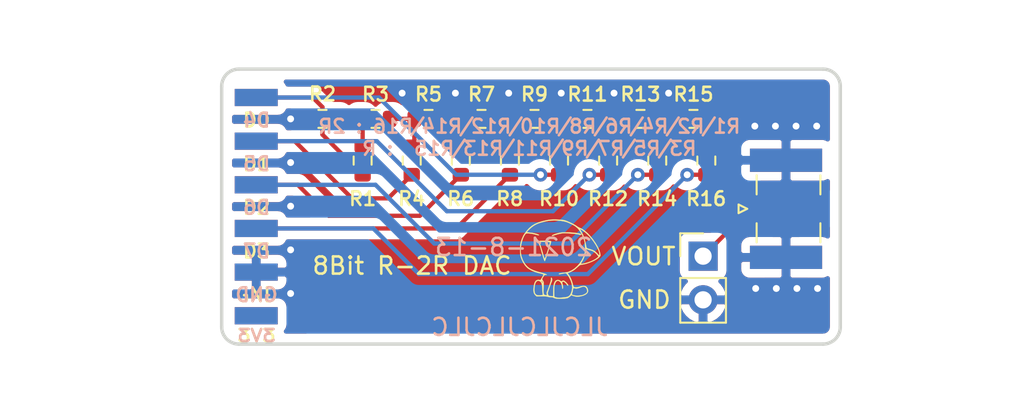
<source format=kicad_pcb>
(kicad_pcb (version 20171130) (host pcbnew "(5.1.10)-1")

  (general
    (thickness 1.6)
    (drawings 28)
    (tracks 89)
    (zones 0)
    (modules 20)
    (nets 19)
  )

  (page A4)
  (layers
    (0 F.Cu signal)
    (31 B.Cu signal)
    (32 B.Adhes user)
    (33 F.Adhes user)
    (34 B.Paste user)
    (35 F.Paste user)
    (36 B.SilkS user)
    (37 F.SilkS user hide)
    (38 B.Mask user)
    (39 F.Mask user)
    (40 Dwgs.User user)
    (41 Cmts.User user)
    (42 Eco1.User user)
    (43 Eco2.User user)
    (44 Edge.Cuts user)
    (45 Margin user)
    (46 B.CrtYd user)
    (47 F.CrtYd user)
    (48 B.Fab user)
    (49 F.Fab user)
  )

  (setup
    (last_trace_width 0.25)
    (trace_clearance 0.2)
    (zone_clearance 0.508)
    (zone_45_only no)
    (trace_min 0.2)
    (via_size 0.8)
    (via_drill 0.4)
    (via_min_size 0.4)
    (via_min_drill 0.3)
    (uvia_size 0.3)
    (uvia_drill 0.1)
    (uvias_allowed no)
    (uvia_min_size 0.2)
    (uvia_min_drill 0.1)
    (edge_width 0.05)
    (segment_width 0.2)
    (pcb_text_width 0.3)
    (pcb_text_size 1.5 1.5)
    (mod_edge_width 0.12)
    (mod_text_size 1 1)
    (mod_text_width 0.15)
    (pad_size 1.524 1.524)
    (pad_drill 0.762)
    (pad_to_mask_clearance 0)
    (aux_axis_origin 0 0)
    (visible_elements 7FFFFFFF)
    (pcbplotparams
      (layerselection 0x010fc_ffffffff)
      (usegerberextensions false)
      (usegerberattributes true)
      (usegerberadvancedattributes true)
      (creategerberjobfile true)
      (excludeedgelayer true)
      (linewidth 0.100000)
      (plotframeref false)
      (viasonmask false)
      (mode 1)
      (useauxorigin false)
      (hpglpennumber 1)
      (hpglpenspeed 20)
      (hpglpendiameter 15.000000)
      (psnegative false)
      (psa4output false)
      (plotreference true)
      (plotvalue true)
      (plotinvisibletext false)
      (padsonsilk false)
      (subtractmaskfromsilk false)
      (outputformat 1)
      (mirror false)
      (drillshape 0)
      (scaleselection 1)
      (outputdirectory "./out"))
  )

  (net 0 "")
  (net 1 GND)
  (net 2 VOUT)
  (net 3 +3V3)
  (net 4 D7)
  (net 5 D3)
  (net 6 D6)
  (net 7 D2)
  (net 8 D5)
  (net 9 D1)
  (net 10 D4)
  (net 11 D0)
  (net 12 "Net-(R1-Pad2)")
  (net 13 "Net-(R3-Pad2)")
  (net 14 "Net-(R5-Pad2)")
  (net 15 "Net-(R7-Pad2)")
  (net 16 "Net-(R10-Pad2)")
  (net 17 "Net-(R11-Pad2)")
  (net 18 "Net-(R13-Pad2)")

  (net_class Default "This is the default net class."
    (clearance 0.2)
    (trace_width 0.25)
    (via_dia 0.8)
    (via_drill 0.4)
    (uvia_dia 0.3)
    (uvia_drill 0.1)
    (add_net +3V3)
    (add_net D0)
    (add_net D1)
    (add_net D2)
    (add_net D3)
    (add_net D4)
    (add_net D5)
    (add_net D6)
    (add_net D7)
    (add_net GND)
    (add_net "Net-(R1-Pad2)")
    (add_net "Net-(R10-Pad2)")
    (add_net "Net-(R11-Pad2)")
    (add_net "Net-(R13-Pad2)")
    (add_net "Net-(R3-Pad2)")
    (add_net "Net-(R5-Pad2)")
    (add_net "Net-(R7-Pad2)")
    (add_net VOUT)
  )

  (module KiCAD:luoxiaohei_5mm_5mm (layer F.Cu) (tedit 0) (tstamp 61168E68)
    (at 132.8293 123.7488)
    (fp_text reference G*** (at 0 0) (layer F.SilkS) hide
      (effects (font (size 1.524 1.524) (thickness 0.3)))
    )
    (fp_text value LOGO (at 0.75 0) (layer F.SilkS) hide
      (effects (font (size 1.524 1.524) (thickness 0.3)))
    )
    (fp_poly (pts (xy 0.433917 -1.552802) (xy 0.603719 -1.54834) (xy 0.765048 -1.538676) (xy 0.912736 -1.524592)
      (xy 1.041614 -1.506871) (xy 1.146514 -1.486295) (xy 1.222268 -1.463646) (xy 1.263708 -1.439706)
      (xy 1.27 -1.426238) (xy 1.263265 -1.405173) (xy 1.238154 -1.399049) (xy 1.187315 -1.407955)
      (xy 1.116056 -1.428113) (xy 1.062296 -1.439354) (xy 0.975207 -1.4517) (xy 0.86374 -1.464142)
      (xy 0.736848 -1.475666) (xy 0.61864 -1.484304) (xy 0.477981 -1.493088) (xy 0.370501 -1.498574)
      (xy 0.287152 -1.50044) (xy 0.218884 -1.498364) (xy 0.156648 -1.492023) (xy 0.091395 -1.481094)
      (xy 0.014076 -1.465255) (xy 0 -1.462247) (xy -0.103472 -1.438105) (xy -0.201908 -1.411684)
      (xy -0.281354 -1.386893) (xy -0.314899 -1.374077) (xy -0.385242 -1.345287) (xy -0.425332 -1.335147)
      (xy -0.442358 -1.342557) (xy -0.4445 -1.354237) (xy -0.42468 -1.380703) (xy -0.369149 -1.412516)
      (xy -0.283798 -1.447192) (xy -0.174518 -1.482245) (xy -0.083214 -1.506597) (xy 0.007136 -1.527076)
      (xy 0.089841 -1.540876) (xy 0.176963 -1.549075) (xy 0.280566 -1.552751) (xy 0.412712 -1.552981)
      (xy 0.433917 -1.552802)) (layer F.SilkS) (width 0.01))
    (fp_poly (pts (xy -0.780564 -1.060342) (xy -0.665209 -1.057878) (xy -0.574244 -1.053468) (xy -0.514197 -1.047309)
      (xy -0.493438 -1.041697) (xy -0.485636 -1.022061) (xy -0.490553 -0.977552) (xy -0.509148 -0.903359)
      (xy -0.542375 -0.794674) (xy -0.542811 -0.793313) (xy -0.613377 -0.57332) (xy -0.672204 -0.390405)
      (xy -0.720476 -0.241336) (xy -0.759378 -0.122879) (xy -0.790094 -0.031801) (xy -0.813808 0.035131)
      (xy -0.831704 0.081151) (xy -0.844968 0.109493) (xy -0.854784 0.123388) (xy -0.862336 0.126072)
      (xy -0.868809 0.120777) (xy -0.874504 0.112163) (xy -0.892923 0.071055) (xy -0.919817 -0.004034)
      (xy -0.953036 -0.106109) (xy -0.990428 -0.228172) (xy -1.029841 -0.363228) (xy -1.069124 -0.50428)
      (xy -1.101001 -0.624417) (xy -1.124836 -0.701476) (xy -1.158944 -0.794136) (xy -1.189102 -0.866576)
      (xy -1.222583 -0.950129) (xy -1.228107 -0.98578) (xy -1.159109 -0.98578) (xy -1.158691 -0.960918)
      (xy -1.144439 -0.909874) (xy -1.12678 -0.862283) (xy -1.105695 -0.803871) (xy -1.076588 -0.714366)
      (xy -1.042491 -0.603536) (xy -1.006439 -0.481153) (xy -0.984486 -0.403944) (xy -0.946116 -0.267649)
      (xy -0.917116 -0.167283) (xy -0.895652 -0.097948) (xy -0.87989 -0.054749) (xy -0.867995 -0.03279)
      (xy -0.858134 -0.027176) (xy -0.848472 -0.03301) (xy -0.846328 -0.035198) (xy -0.835285 -0.059743)
      (xy -0.813642 -0.11865) (xy -0.783469 -0.205885) (xy -0.746832 -0.315416) (xy -0.705799 -0.441209)
      (xy -0.685989 -0.502964) (xy -0.632227 -0.675375) (xy -0.593513 -0.80853) (xy -0.569773 -0.902716)
      (xy -0.560933 -0.958217) (xy -0.563655 -0.974289) (xy -0.590935 -0.981592) (xy -0.650663 -0.987753)
      (xy -0.733099 -0.992587) (xy -0.828506 -0.995904) (xy -0.927143 -0.997516) (xy -1.019274 -0.997236)
      (xy -1.095158 -0.994876) (xy -1.145058 -0.990248) (xy -1.159109 -0.98578) (xy -1.228107 -0.98578)
      (xy -1.231066 -1.004869) (xy -1.210307 -1.037026) (xy -1.156066 -1.052832) (xy -1.0641 -1.058517)
      (xy -1.058333 -1.058649) (xy -0.913781 -1.060664) (xy -0.780564 -1.060342)) (layer F.SilkS) (width 0.01))
    (fp_poly (pts (xy -0.223928 -2.301819) (xy -0.073577 -2.297182) (xy 0.070316 -2.288365) (xy 0.195647 -2.275717)
      (xy 0.279581 -2.261994) (xy 0.355542 -2.239329) (xy 0.457435 -2.200086) (xy 0.574758 -2.149243)
      (xy 0.697012 -2.091783) (xy 0.813696 -2.032685) (xy 0.91431 -1.97693) (xy 0.988352 -1.929499)
      (xy 1.001303 -1.919667) (xy 1.075305 -1.86925) (xy 1.157784 -1.825263) (xy 1.188297 -1.812521)
      (xy 1.32769 -1.744505) (xy 1.47704 -1.641383) (xy 1.63125 -1.507617) (xy 1.785224 -1.347669)
      (xy 1.933869 -1.165999) (xy 1.947571 -1.147714) (xy 2.101378 -0.927868) (xy 2.220852 -0.727527)
      (xy 2.307497 -0.543665) (xy 2.36282 -0.373254) (xy 2.381862 -0.274387) (xy 2.387487 -0.222302)
      (xy 2.382511 -0.18517) (xy 2.360915 -0.150295) (xy 2.316676 -0.104978) (xy 2.289344 -0.07926)
      (xy 2.18741 -0.000338) (xy 2.053639 0.079025) (xy 1.898264 0.15453) (xy 1.731515 0.221878)
      (xy 1.563623 0.276769) (xy 1.40482 0.314906) (xy 1.320972 0.327647) (xy 1.256091 0.336705)
      (xy 1.207102 0.351109) (xy 1.161686 0.377484) (xy 1.107526 0.422449) (xy 1.056389 0.469875)
      (xy 0.982516 0.53655) (xy 0.90823 0.598753) (xy 0.847162 0.645173) (xy 0.836084 0.652647)
      (xy 0.761577 0.697271) (xy 0.680397 0.740107) (xy 0.603988 0.775722) (xy 0.543797 0.798683)
      (xy 0.516482 0.804333) (xy 0.491624 0.812543) (xy 0.493123 0.83989) (xy 0.522249 0.890449)
      (xy 0.559071 0.940936) (xy 0.613892 1.028294) (xy 0.669861 1.144099) (xy 0.721511 1.274985)
      (xy 0.763374 1.407588) (xy 0.782473 1.487024) (xy 0.805861 1.571551) (xy 0.835346 1.620347)
      (xy 0.851731 1.632543) (xy 0.904107 1.644908) (xy 0.981636 1.645786) (xy 1.069169 1.636637)
      (xy 1.151555 1.618924) (xy 1.20598 1.598352) (xy 1.264373 1.579779) (xy 1.344975 1.568351)
      (xy 1.394321 1.566333) (xy 1.469694 1.568918) (xy 1.519059 1.580249) (xy 1.558608 1.605687)
      (xy 1.583332 1.628921) (xy 1.633163 1.702694) (xy 1.66166 1.793972) (xy 1.664623 1.884984)
      (xy 1.654028 1.928023) (xy 1.601215 2.008153) (xy 1.511008 2.07716) (xy 1.387383 2.132885)
      (xy 1.234319 2.17317) (xy 1.187334 2.181294) (xy 1.063086 2.194494) (xy 0.95593 2.189393)
      (xy 0.844718 2.164037) (xy 0.783167 2.143916) (xy 0.687917 2.110666) (xy 0.619823 2.174423)
      (xy 0.558756 2.223596) (xy 0.494307 2.264157) (xy 0.48224 2.270128) (xy 0.421579 2.287486)
      (xy 0.329654 2.301231) (xy 0.217416 2.310934) (xy 0.095814 2.316169) (xy -0.024202 2.316511)
      (xy -0.131682 2.311531) (xy -0.215676 2.300805) (xy -0.229093 2.297835) (xy -0.296575 2.278149)
      (xy -0.348101 2.257473) (xy -0.365618 2.246348) (xy -0.39857 2.233405) (xy -0.458945 2.224744)
      (xy -0.513625 2.2225) (xy -0.59001 2.218197) (xy -0.655072 2.207119) (xy -0.684016 2.196855)
      (xy -0.729781 2.184702) (xy -0.8153 2.177264) (xy -0.941481 2.174482) (xy -1.031152 2.174948)
      (xy -1.332055 2.178686) (xy -1.404759 2.110117) (xy -1.461206 2.04391) (xy -1.497202 1.966853)
      (xy -1.514504 1.870997) (xy -1.514619 1.832173) (xy -1.45679 1.832173) (xy -1.440902 1.948612)
      (xy -1.403383 2.031784) (xy -1.341665 2.084549) (xy -1.253181 2.109764) (xy -1.135365 2.110292)
      (xy -1.073187 2.103386) (xy -0.9763 2.090106) (xy -0.985031 1.992261) (xy -0.990034 1.926554)
      (xy -0.995952 1.834456) (xy -1.001791 1.731867) (xy -1.003978 1.689522) (xy -1.015691 1.549462)
      (xy -1.036215 1.445046) (xy -1.067546 1.370138) (xy -1.111682 1.3186) (xy -1.128784 1.306076)
      (xy -1.204183 1.273196) (xy -1.037327 1.273196) (xy -1.035476 1.302674) (xy -1.021168 1.337995)
      (xy -0.997522 1.375842) (xy -0.981193 1.384868) (xy -0.979084 1.381502) (xy -0.98177 1.344935)
      (xy -0.994205 1.313506) (xy -1.021624 1.27504) (xy -1.037327 1.273196) (xy -1.204183 1.273196)
      (xy -1.210283 1.270536) (xy -1.282647 1.274973) (xy -1.344444 1.317741) (xy -1.39424 1.397189)
      (xy -1.430599 1.511669) (xy -1.45209 1.659532) (xy -1.453613 1.679607) (xy -1.45679 1.832173)
      (xy -1.514619 1.832173) (xy -1.51487 1.748393) (xy -1.506685 1.648946) (xy -1.481387 1.486434)
      (xy -1.443093 1.362946) (xy -1.390663 1.276863) (xy -1.322954 1.226568) (xy -1.238823 1.210444)
      (xy -1.199059 1.21337) (xy -1.108069 1.225842) (xy -1.019701 1.078309) (xy -0.978532 1.007248)
      (xy -0.947589 0.949409) (xy -0.932156 0.914811) (xy -0.931333 0.910704) (xy -0.938689 0.899125)
      (xy -0.964176 0.885906) (xy -1.012919 0.869427) (xy -1.090045 0.84807) (xy -1.200681 0.820216)
      (xy -1.275145 0.802149) (xy -1.443482 0.750229) (xy -1.613549 0.677568) (xy -1.768569 0.591949)
      (xy -1.850502 0.535207) (xy -1.949081 0.441597) (xy -2.046185 0.317128) (xy -2.134615 0.172887)
      (xy -2.207172 0.01996) (xy -2.235845 -0.058116) (xy -2.2611 -0.138972) (xy -2.278151 -0.207362)
      (xy -2.28851 -0.275331) (xy -2.293692 -0.354921) (xy -2.295208 -0.458177) (xy -2.295029 -0.529167)
      (xy -2.293248 -0.623838) (xy -2.253702 -0.623838) (xy -2.252964 -0.391691) (xy -2.211999 -0.162295)
      (xy -2.13268 0.057162) (xy -2.027589 0.243887) (xy -1.947907 0.35162) (xy -1.863342 0.442603)
      (xy -1.767986 0.520257) (xy -1.655929 0.588002) (xy -1.521265 0.64926) (xy -1.358085 0.707452)
      (xy -1.160481 0.765997) (xy -1.095233 0.783706) (xy -0.947356 0.824732) (xy -0.83997 0.858072)
      (xy -0.772007 0.8841) (xy -0.742398 0.903188) (xy -0.740833 0.907487) (xy -0.754453 0.926888)
      (xy -0.799338 0.924917) (xy -0.801481 0.924495) (xy -0.838735 0.921391) (xy -0.868178 0.93507)
      (xy -0.900606 0.973165) (xy -0.927913 1.013888) (xy -0.975119 1.089366) (xy -0.999928 1.14141)
      (xy -1.004007 1.181412) (xy -0.989024 1.220766) (xy -0.963966 1.26013) (xy -0.942921 1.292363)
      (xy -0.928473 1.321857) (xy -0.919791 1.356637) (xy -0.916046 1.404728) (xy -0.916406 1.474153)
      (xy -0.920044 1.572939) (xy -0.923524 1.651203) (xy -0.929227 1.793681) (xy -0.930851 1.899841)
      (xy -0.927178 1.975602) (xy -0.916994 2.026882) (xy -0.899083 2.059602) (xy -0.872228 2.079679)
      (xy -0.835214 2.093031) (xy -0.832613 2.093757) (xy -0.768257 2.106883) (xy -0.73715 2.098393)
      (xy -0.734347 2.064931) (xy -0.743553 2.033296) (xy -0.753291 1.970053) (xy -0.733723 1.911715)
      (xy -0.716071 1.871082) (xy -0.688027 1.798935) (xy -0.652797 1.70385) (xy -0.613588 1.594401)
      (xy -0.592701 1.534684) (xy -0.54631 1.396408) (xy -0.515086 1.291955) (xy -0.497716 1.216155)
      (xy -0.492888 1.163836) (xy -0.494321 1.147394) (xy -0.498541 1.09981) (xy -0.487149 1.082924)
      (xy -0.469844 1.083636) (xy -0.443248 1.107996) (xy -0.428836 1.160084) (xy -0.427411 1.226856)
      (xy -0.439773 1.295265) (xy -0.454572 1.332511) (xy -0.473369 1.375416) (xy -0.502294 1.449372)
      (xy -0.537936 1.545321) (xy -0.576887 1.654203) (xy -0.592448 1.698825) (xy -0.632298 1.814587)
      (xy -0.659628 1.897767) (xy -0.675786 1.955784) (xy -0.682117 1.996056) (xy -0.679967 2.025999)
      (xy -0.670683 2.053032) (xy -0.660593 2.074333) (xy -0.637885 2.115617) (xy -0.612501 2.138478)
      (xy -0.571467 2.149271) (xy -0.501813 2.154352) (xy -0.496783 2.154597) (xy -0.36915 2.160778)
      (xy -0.366372 1.883761) (xy -0.359765 1.690845) (xy -0.343574 1.535893) (xy -0.316835 1.415421)
      (xy -0.278583 1.325947) (xy -0.227854 1.263988) (xy -0.18721 1.236548) (xy -0.099604 1.21335)
      (xy -0.011588 1.229283) (xy 0.056969 1.273806) (xy 0.09292 1.303455) (xy 0.117799 1.304536)
      (xy 0.14432 1.284064) (xy 0.192891 1.254102) (xy 0.244588 1.254233) (xy 0.305442 1.286392)
      (xy 0.381486 1.352516) (xy 0.392964 1.363869) (xy 0.448112 1.422945) (xy 0.48883 1.474049)
      (xy 0.50755 1.507514) (xy 0.508 1.510787) (xy 0.497871 1.548331) (xy 0.473281 1.550935)
      (xy 0.442929 1.519096) (xy 0.4359 1.506667) (xy 0.396561 1.449544) (xy 0.341626 1.391974)
      (xy 0.282666 1.344053) (xy 0.231254 1.31588) (xy 0.213195 1.312333) (xy 0.173451 1.326793)
      (xy 0.160899 1.371102) (xy 0.175263 1.446655) (xy 0.182224 1.468243) (xy 0.198015 1.533057)
      (xy 0.206003 1.604141) (xy 0.206283 1.670123) (xy 0.198954 1.719628) (xy 0.184109 1.741286)
      (xy 0.179917 1.741202) (xy 0.166921 1.719062) (xy 0.156991 1.668042) (xy 0.153841 1.629764)
      (xy 0.137449 1.530131) (xy 0.101265 1.435538) (xy 0.051037 1.354853) (xy -0.007484 1.296945)
      (xy -0.068548 1.270682) (xy -0.079435 1.27) (xy -0.143288 1.280312) (xy -0.192336 1.315748)
      (xy -0.233809 1.383051) (xy -0.255194 1.433955) (xy -0.274262 1.489505) (xy -0.287584 1.546)
      (xy -0.296238 1.612933) (xy -0.301304 1.699797) (xy -0.30386 1.816084) (xy -0.304372 1.866763)
      (xy -0.304312 2.000409) (xy -0.301371 2.096672) (xy -0.295192 2.160428) (xy -0.285415 2.196552)
      (xy -0.279416 2.20543) (xy -0.246035 2.220474) (xy -0.184507 2.234899) (xy -0.108995 2.246652)
      (xy -0.033662 2.253678) (xy 0.027328 2.253924) (xy 0.042334 2.252089) (xy 0.077086 2.247894)
      (xy 0.142087 2.241701) (xy 0.22537 2.234624) (xy 0.256631 2.232144) (xy 0.388778 2.216121)
      (xy 0.487612 2.188469) (xy 0.561596 2.144407) (xy 0.619192 2.079155) (xy 0.646573 2.030259)
      (xy 0.722941 2.030259) (xy 0.726772 2.060368) (xy 0.757032 2.082016) (xy 0.82032 2.103328)
      (xy 0.841033 2.109261) (xy 0.938917 2.125633) (xy 1.060083 2.129676) (xy 1.187575 2.122219)
      (xy 1.304438 2.104091) (xy 1.377479 2.083012) (xy 1.452558 2.048431) (xy 1.523942 2.007059)
      (xy 1.539875 1.99598) (xy 1.586642 1.953614) (xy 1.605808 1.906887) (xy 1.608667 1.859563)
      (xy 1.592359 1.760296) (xy 1.547464 1.680618) (xy 1.480029 1.627689) (xy 1.396798 1.608666)
      (xy 1.355801 1.615857) (xy 1.291307 1.634481) (xy 1.234278 1.654303) (xy 1.120006 1.693988)
      (xy 1.033344 1.715831) (xy 0.964331 1.721504) (xy 0.90301 1.712678) (xy 0.896556 1.710963)
      (xy 0.844373 1.700453) (xy 0.811767 1.701066) (xy 0.809098 1.702679) (xy 0.798899 1.729365)
      (xy 0.787132 1.782971) (xy 0.781775 1.815347) (xy 0.76634 1.892832) (xy 0.745772 1.965222)
      (xy 0.73894 1.983567) (xy 0.722941 2.030259) (xy 0.646573 2.030259) (xy 0.661615 2.0034)
      (xy 0.718617 1.836267) (xy 0.736422 1.656637) (xy 0.715416 1.467024) (xy 0.655985 1.269941)
      (xy 0.558516 1.067901) (xy 0.504078 0.978694) (xy 0.455402 0.911274) (xy 0.409265 0.860219)
      (xy 0.374653 0.835388) (xy 0.37305 0.834925) (xy 0.330802 0.833658) (xy 0.261729 0.840835)
      (xy 0.180148 0.85492) (xy 0.173241 0.856356) (xy 0.073908 0.876284) (xy 0.009539 0.886078)
      (xy -0.025958 0.885918) (xy -0.038678 0.875982) (xy -0.037045 0.862551) (xy -0.020767 0.847026)
      (xy 0.020086 0.832541) (xy 0.089883 0.818206) (xy 0.192994 0.803132) (xy 0.333788 0.786431)
      (xy 0.341363 0.785596) (xy 0.521905 0.745338) (xy 0.700273 0.666918) (xy 0.872026 0.554448)
      (xy 1.032722 0.41204) (xy 1.158931 0.265805) (xy 1.248834 0.265805) (xy 1.268651 0.274572)
      (xy 1.326496 0.271046) (xy 1.419958 0.255457) (xy 1.474991 0.244139) (xy 1.644184 0.198929)
      (xy 1.813912 0.137692) (xy 1.972705 0.065489) (xy 2.109096 -0.012621) (xy 2.18787 -0.070416)
      (xy 2.267816 -0.137584) (xy 2.2187 -0.210401) (xy 2.155094 -0.286479) (xy 2.07127 -0.362238)
      (xy 1.980037 -0.427898) (xy 1.894205 -0.473681) (xy 1.857686 -0.485974) (xy 1.777408 -0.507624)
      (xy 1.691165 -0.533685) (xy 1.672167 -0.539895) (xy 1.603196 -0.561915) (xy 1.565212 -0.566976)
      (xy 1.548971 -0.551305) (xy 1.545232 -0.511128) (xy 1.545167 -0.488038) (xy 1.535702 -0.409933)
      (xy 1.510009 -0.306273) (xy 1.472144 -0.188662) (xy 1.42616 -0.068705) (xy 1.376112 0.041996)
      (xy 1.331687 0.12293) (xy 1.291697 0.188543) (xy 1.262301 0.239003) (xy 1.249077 0.264693)
      (xy 1.248834 0.265805) (xy 1.158931 0.265805) (xy 1.17792 0.243804) (xy 1.303179 0.053851)
      (xy 1.404056 -0.153706) (xy 1.430136 -0.22225) (xy 1.456707 -0.301523) (xy 1.474072 -0.369324)
      (xy 1.484076 -0.438854) (xy 1.488568 -0.523317) (xy 1.489394 -0.635913) (xy 1.489361 -0.645584)
      (xy 1.480826 -0.842275) (xy 1.454442 -1.017755) (xy 1.406581 -1.187182) (xy 1.333609 -1.365713)
      (xy 1.299958 -1.436218) (xy 1.186409 -1.628606) (xy 1.108709 -1.721546) (xy 1.201017 -1.721546)
      (xy 1.214272 -1.692786) (xy 1.248924 -1.63646) (xy 1.255421 -1.626227) (xy 1.370759 -1.410155)
      (xy 1.462916 -1.160876) (xy 1.532338 -0.877123) (xy 1.54631 -0.799964) (xy 1.561921 -0.725096)
      (xy 1.579491 -0.666619) (xy 1.594804 -0.637754) (xy 1.625893 -0.623211) (xy 1.686448 -0.602787)
      (xy 1.764738 -0.580348) (xy 1.784932 -0.575075) (xy 1.933206 -0.525884) (xy 2.055423 -0.457332)
      (xy 2.166529 -0.360215) (xy 2.208811 -0.31406) (xy 2.265944 -0.251433) (xy 2.30192 -0.220585)
      (xy 2.321098 -0.219514) (xy 2.327835 -0.246219) (xy 2.328082 -0.259292) (xy 2.312466 -0.369463)
      (xy 2.268877 -0.502273) (xy 2.200668 -0.651888) (xy 2.111196 -0.812474) (xy 2.003814 -0.978198)
      (xy 1.881876 -1.143226) (xy 1.748738 -1.301724) (xy 1.695378 -1.359585) (xy 1.598864 -1.455289)
      (xy 1.497336 -1.545458) (xy 1.398725 -1.623853) (xy 1.310967 -1.684237) (xy 1.241993 -1.720371)
      (xy 1.232144 -1.723831) (xy 1.20752 -1.729606) (xy 1.201017 -1.721546) (xy 1.108709 -1.721546)
      (xy 1.051541 -1.789926) (xy 0.898628 -1.916754) (xy 0.772584 -1.987867) (xy 0.688826 -2.026952)
      (xy 0.609686 -2.064834) (xy 0.551832 -2.09353) (xy 0.550334 -2.094303) (xy 0.424074 -2.145221)
      (xy 0.26615 -2.18655) (xy 0.08634 -2.217347) (xy -0.105579 -2.236673) (xy -0.299832 -2.243587)
      (xy -0.48664 -2.237146) (xy -0.656228 -2.216412) (xy -0.677333 -2.212454) (xy -0.898076 -2.165394)
      (xy -1.08371 -2.116742) (xy -1.241433 -2.063339) (xy -1.378441 -2.002031) (xy -1.50193 -1.92966)
      (xy -1.619097 -1.843071) (xy -1.719897 -1.75519) (xy -1.790956 -1.687455) (xy -1.847669 -1.629516)
      (xy -1.884314 -1.587503) (xy -1.895165 -1.567547) (xy -1.89514 -1.567505) (xy -1.87077 -1.558582)
      (xy -1.814721 -1.549093) (xy -1.737587 -1.540699) (xy -1.709827 -1.538489) (xy -1.613688 -1.527456)
      (xy -1.509961 -1.508949) (xy -1.407596 -1.485391) (xy -1.315543 -1.459203) (xy -1.242751 -1.432809)
      (xy -1.198171 -1.408631) (xy -1.189034 -1.397519) (xy -1.190148 -1.38348) (xy -1.209176 -1.378535)
      (xy -1.251307 -1.38343) (xy -1.321731 -1.398908) (xy -1.425639 -1.425713) (xy -1.471083 -1.437964)
      (xy -1.577062 -1.461601) (xy -1.692942 -1.479585) (xy -1.793852 -1.488066) (xy -1.794937 -1.488096)
      (xy -1.876459 -1.489012) (xy -1.927513 -1.484399) (xy -1.959882 -1.471331) (xy -1.98535 -1.446886)
      (xy -1.991481 -1.439334) (xy -2.061825 -1.328605) (xy -2.125986 -1.1851) (xy -2.180928 -1.018258)
      (xy -2.223618 -0.837518) (xy -2.251019 -0.65232) (xy -2.253702 -0.623838) (xy -2.293248 -0.623838)
      (xy -2.292382 -0.669814) (xy -2.285241 -0.781569) (xy -2.272201 -0.877759) (xy -2.251857 -0.971713)
      (xy -2.246016 -0.994338) (xy -2.222757 -1.07776) (xy -2.201514 -1.146045) (xy -2.18575 -1.188336)
      (xy -2.181849 -1.195421) (xy -2.163967 -1.229343) (xy -2.143208 -1.282329) (xy -2.141837 -1.286359)
      (xy -2.105732 -1.363646) (xy -2.045283 -1.460588) (xy -1.967248 -1.568127) (xy -1.87839 -1.677205)
      (xy -1.785469 -1.778762) (xy -1.743251 -1.820431) (xy -1.599382 -1.938601) (xy -1.432931 -2.039754)
      (xy -1.239811 -2.125547) (xy -1.015931 -2.197641) (xy -0.757202 -2.257694) (xy -0.592666 -2.287156)
      (xy -0.495577 -2.297155) (xy -0.368629 -2.301926) (xy -0.223928 -2.301819)) (layer F.SilkS) (width 0.01))
  )

  (module Connector_Coaxial:SMA_Samtec_SMA-J-P-X-ST-EM1_EdgeMount (layer F.Cu) (tedit 61156308) (tstamp 61155EC3)
    (at 146.0119 120.8278 90)
    (descr "Connector SMA, 0Hz to 20GHz, 50Ohm, Edge Mount (http://suddendocs.samtec.com/prints/sma-j-p-x-st-em1-mkt.pdf)")
    (tags "SMA Straight Samtec Edge Mount")
    (path /6117C48F)
    (attr smd)
    (fp_text reference J2 (at 0 -3.5 90) (layer F.SilkS) hide
      (effects (font (size 0.8 0.8) (thickness 0.15)))
    )
    (fp_text value Conn_Coaxial (at 0 13 90) (layer F.Fab)
      (effects (font (size 1 1) (thickness 0.15)))
    )
    (fp_line (start 0.84 -1.71) (end 1.95 -1.71) (layer F.SilkS) (width 0.12))
    (fp_line (start -1.95 -1.71) (end -0.84 -1.71) (layer F.SilkS) (width 0.12))
    (fp_line (start 0.84 2) (end 1.95 2) (layer F.SilkS) (width 0.12))
    (fp_line (start -1.95 2) (end -0.84 2) (layer F.SilkS) (width 0.12))
    (fp_line (start 3.68 2.6) (end 3.68 12.12) (layer B.CrtYd) (width 0.05))
    (fp_line (start 4 2.6) (end 3.68 2.6) (layer B.CrtYd) (width 0.05))
    (fp_line (start -3.68 12.12) (end -3.68 2.6) (layer B.CrtYd) (width 0.05))
    (fp_line (start -3.68 2.6) (end -4 2.6) (layer B.CrtYd) (width 0.05))
    (fp_line (start 3.68 2.6) (end 3.68 12.12) (layer F.CrtYd) (width 0.05))
    (fp_line (start 3.68 2.6) (end 4 2.6) (layer F.CrtYd) (width 0.05))
    (fp_line (start -3.68 12.12) (end -3.68 2.6) (layer F.CrtYd) (width 0.05))
    (fp_line (start -3.68 2.6) (end -4 2.6) (layer F.CrtYd) (width 0.05))
    (fp_line (start 4.1 2.1) (end -4.1 2.1) (layer Dwgs.User) (width 0.1))
    (fp_line (start -3.175 -1.71) (end -3.175 11.62) (layer F.Fab) (width 0.1))
    (fp_line (start -2.365 -1.71) (end -3.175 -1.71) (layer F.Fab) (width 0.1))
    (fp_line (start -2.365 2.1) (end -2.365 -1.71) (layer F.Fab) (width 0.1))
    (fp_line (start 2.365 2.1) (end -2.365 2.1) (layer F.Fab) (width 0.1))
    (fp_line (start 2.365 -1.71) (end 2.365 2.1) (layer F.Fab) (width 0.1))
    (fp_line (start 3.175 -1.71) (end 2.365 -1.71) (layer F.Fab) (width 0.1))
    (fp_line (start 3.175 -1.71) (end 3.175 11.62) (layer F.Fab) (width 0.1))
    (fp_line (start 3.165 11.62) (end -3.165 11.62) (layer F.Fab) (width 0.1))
    (fp_line (start -4 -2.6) (end 4 -2.6) (layer B.CrtYd) (width 0.05))
    (fp_line (start -4 2.6) (end -4 -2.6) (layer B.CrtYd) (width 0.05))
    (fp_line (start 3.68 12.12) (end -3.68 12.12) (layer B.CrtYd) (width 0.05))
    (fp_line (start 4 2.6) (end 4 -2.6) (layer B.CrtYd) (width 0.05))
    (fp_line (start -4 -2.6) (end 4 -2.6) (layer F.CrtYd) (width 0.05))
    (fp_line (start -4 2.6) (end -4 -2.6) (layer F.CrtYd) (width 0.05))
    (fp_line (start 3.68 12.12) (end -3.68 12.12) (layer F.CrtYd) (width 0.05))
    (fp_line (start 4 2.6) (end 4 -2.6) (layer F.CrtYd) (width 0.05))
    (fp_line (start 0.64 2.1) (end 0 3.1) (layer F.Fab) (width 0.1))
    (fp_line (start 0 3.1) (end -0.64 2.1) (layer F.Fab) (width 0.1))
    (fp_line (start 0 -2.26) (end 0.25 -2.76) (layer F.SilkS) (width 0.12))
    (fp_line (start 0.25 -2.76) (end -0.25 -2.76) (layer F.SilkS) (width 0.12))
    (fp_line (start -0.25 -2.76) (end 0 -2.26) (layer F.SilkS) (width 0.12))
    (fp_text user "Board Thickness: 1.57mm" (at 0 -5.45 90) (layer Cmts.User) hide
      (effects (font (size 1 1) (thickness 0.15)))
    )
    (fp_text user "PCB Edge" (at 0 2.6 90) (layer Dwgs.User)
      (effects (font (size 0.5 0.5) (thickness 0.1)))
    )
    (fp_text user %R (at 0 4.79 270) (layer F.Fab)
      (effects (font (size 0.8 0.8) (thickness 0.15)))
    )
    (pad 1 smd rect (at 0 0.2 90) (size 1.27 3.6) (layers F.Cu F.Paste F.Mask)
      (net 2 VOUT))
    (pad 2 smd rect (at 2.825 0 90) (size 1.35 4.2) (layers F.Cu F.Paste F.Mask)
      (net 1 GND))
    (pad 2 smd rect (at -2.825 0 90) (size 1.35 4.2) (layers F.Cu F.Paste F.Mask)
      (net 1 GND))
    (pad 2 smd rect (at 2.825 0 90) (size 1.35 4.2) (layers B.Cu B.Paste B.Mask)
      (net 1 GND))
    (pad 2 smd rect (at -2.825 0 90) (size 1.35 4.2) (layers B.Cu B.Paste B.Mask)
      (net 1 GND))
    (model ${KISYS3DMOD}/Connector_Coaxial.3dshapes/SMA_Samtec_SMA-J-P-X-ST-EM1_EdgeMount.wrl
      (at (xyz 0 0 0))
      (scale (xyz 1 1 1))
      (rotate (xyz 0 0 0))
    )
    (model ${USERLIB}/SMA_female_edge_6.5x6.5.step
      (offset (xyz 0 -0.65 0))
      (scale (xyz 1 1 1))
      (rotate (xyz 0 0 0))
    )
  )

  (module Multicoloredstone:Pmod-1-device-PcbEdge (layer F.Cu) (tedit 6110F0F8) (tstamp 61155F06)
    (at 113.1824 120.7008)
    (path /6116BEB8)
    (fp_text reference PMOD1 (at 0 -9.652) (layer F.SilkS) hide
      (effects (font (size 0.8 0.8) (thickness 0.15)))
    )
    (fp_text value PMOD-Device-x2-Type-1A-GPIO (at 0 -11.176) (layer F.Fab)
      (effects (font (size 1 1) (thickness 0.15)))
    )
    (fp_line (start 0 -8.636) (end 0 8.89) (layer Dwgs.User) (width 0.12))
    (fp_line (start 3.556 -7.62) (end 0 -7.62) (layer F.CrtYd) (width 0.12))
    (fp_line (start 0 7.62) (end 3.556 7.62) (layer F.CrtYd) (width 0.12))
    (fp_line (start 3.556 -7.62) (end 3.556 7.62) (layer F.CrtYd) (width 0.12))
    (fp_line (start 0 -7.62) (end 0 7.62) (layer F.CrtYd) (width 0.12))
    (pad 1 smd rect (at 2 -6.35 90) (size 1 2.5) (layers F.Cu F.Paste F.Mask)
      (net 11 D0))
    (pad 7 smd rect (at 2 -6.35 90) (size 1 2.5) (layers B.Cu B.Paste B.Mask)
      (net 10 D4))
    (pad 8 smd rect (at 2 -3.81 90) (size 1 2.5) (layers B.Cu B.Paste B.Mask)
      (net 8 D5))
    (pad 9 smd rect (at 2 -1.27 90) (size 1 2.5) (layers B.Cu B.Paste B.Mask)
      (net 6 D6))
    (pad 10 smd rect (at 2 1.27 90) (size 1 2.5) (layers B.Cu B.Paste B.Mask)
      (net 4 D7))
    (pad 11 smd rect (at 2 3.81 90) (size 1 2.5) (layers B.Cu B.Paste B.Mask)
      (net 1 GND))
    (pad 12 smd rect (at 2 6.35 90) (size 1 2.5) (layers B.Cu B.Paste B.Mask)
      (net 3 +3V3))
    (pad 2 smd rect (at 2 -3.81 90) (size 1 2.5) (layers F.Cu F.Paste F.Mask)
      (net 9 D1))
    (pad 3 smd rect (at 2 -1.27 90) (size 1 2.5) (layers F.Cu F.Paste F.Mask)
      (net 7 D2))
    (pad 4 smd rect (at 2 1.27 90) (size 1 2.5) (layers F.Cu F.Paste F.Mask)
      (net 5 D3))
    (pad 5 smd rect (at 2 3.81 90) (size 1 2.5) (layers F.Cu F.Paste F.Mask)
      (net 1 GND))
    (pad 6 smd rect (at 2 6.35 90) (size 1 2.5) (layers F.Cu F.Paste F.Mask)
      (net 3 +3V3))
    (model ${KISYS3DMOD}/Connector_PinHeader_2.54mm.3dshapes/PinHeader_2x06_P2.54mm_Vertical.wrl
      (offset (xyz 0 6.35 -2.1))
      (scale (xyz 1 1 1))
      (rotate (xyz 0 90 0))
    )
  )

  (module Resistor_SMD:R_0603_1608Metric (layer F.Cu) (tedit 5F68FEEE) (tstamp 61163D65)
    (at 141.3744 118.0211 90)
    (descr "Resistor SMD 0603 (1608 Metric), square (rectangular) end terminal, IPC_7351 nominal, (Body size source: IPC-SM-782 page 72, https://www.pcb-3d.com/wordpress/wp-content/uploads/ipc-sm-782a_amendment_1_and_2.pdf), generated with kicad-footprint-generator")
    (tags resistor)
    (path /6115B771)
    (attr smd)
    (fp_text reference R16 (at -2.2225 -0.0107 180) (layer F.SilkS)
      (effects (font (size 0.8 0.8) (thickness 0.15)))
    )
    (fp_text value 2K (at 0 1.43 90) (layer F.Fab)
      (effects (font (size 1 1) (thickness 0.15)))
    )
    (fp_line (start 1.48 0.73) (end -1.48 0.73) (layer F.CrtYd) (width 0.05))
    (fp_line (start 1.48 -0.73) (end 1.48 0.73) (layer F.CrtYd) (width 0.05))
    (fp_line (start -1.48 -0.73) (end 1.48 -0.73) (layer F.CrtYd) (width 0.05))
    (fp_line (start -1.48 0.73) (end -1.48 -0.73) (layer F.CrtYd) (width 0.05))
    (fp_line (start -0.237258 0.5225) (end 0.237258 0.5225) (layer F.SilkS) (width 0.12))
    (fp_line (start -0.237258 -0.5225) (end 0.237258 -0.5225) (layer F.SilkS) (width 0.12))
    (fp_line (start 0.8 0.4125) (end -0.8 0.4125) (layer F.Fab) (width 0.1))
    (fp_line (start 0.8 -0.4125) (end 0.8 0.4125) (layer F.Fab) (width 0.1))
    (fp_line (start -0.8 -0.4125) (end 0.8 -0.4125) (layer F.Fab) (width 0.1))
    (fp_line (start -0.8 0.4125) (end -0.8 -0.4125) (layer F.Fab) (width 0.1))
    (fp_text user %R (at 0 0 90) (layer F.Fab)
      (effects (font (size 0.8 0.8) (thickness 0.06)))
    )
    (pad 2 smd roundrect (at 0.825 0 90) (size 0.8 0.95) (layers F.Cu F.Paste F.Mask) (roundrect_rratio 0.25)
      (net 2 VOUT))
    (pad 1 smd roundrect (at -0.825 0 90) (size 0.8 0.95) (layers F.Cu F.Paste F.Mask) (roundrect_rratio 0.25)
      (net 4 D7))
    (model ${KISYS3DMOD}/Resistor_SMD.3dshapes/R_0603_1608Metric.wrl
      (at (xyz 0 0 0))
      (scale (xyz 1 1 1))
      (rotate (xyz 0 0 0))
    )
  )

  (module Resistor_SMD:R_0603_1608Metric (layer F.Cu) (tedit 5F68FEEE) (tstamp 61163D05)
    (at 140.6244 115.5954)
    (descr "Resistor SMD 0603 (1608 Metric), square (rectangular) end terminal, IPC_7351 nominal, (Body size source: IPC-SM-782 page 72, https://www.pcb-3d.com/wordpress/wp-content/uploads/ipc-sm-782a_amendment_1_and_2.pdf), generated with kicad-footprint-generator")
    (tags resistor)
    (path /6115B76B)
    (attr smd)
    (fp_text reference R15 (at 0 -1.43) (layer F.SilkS)
      (effects (font (size 0.8 0.8) (thickness 0.15)))
    )
    (fp_text value 1K (at 0 1.43) (layer F.Fab)
      (effects (font (size 1 1) (thickness 0.15)))
    )
    (fp_line (start 1.48 0.73) (end -1.48 0.73) (layer F.CrtYd) (width 0.05))
    (fp_line (start 1.48 -0.73) (end 1.48 0.73) (layer F.CrtYd) (width 0.05))
    (fp_line (start -1.48 -0.73) (end 1.48 -0.73) (layer F.CrtYd) (width 0.05))
    (fp_line (start -1.48 0.73) (end -1.48 -0.73) (layer F.CrtYd) (width 0.05))
    (fp_line (start -0.237258 0.5225) (end 0.237258 0.5225) (layer F.SilkS) (width 0.12))
    (fp_line (start -0.237258 -0.5225) (end 0.237258 -0.5225) (layer F.SilkS) (width 0.12))
    (fp_line (start 0.8 0.4125) (end -0.8 0.4125) (layer F.Fab) (width 0.1))
    (fp_line (start 0.8 -0.4125) (end 0.8 0.4125) (layer F.Fab) (width 0.1))
    (fp_line (start -0.8 -0.4125) (end 0.8 -0.4125) (layer F.Fab) (width 0.1))
    (fp_line (start -0.8 0.4125) (end -0.8 -0.4125) (layer F.Fab) (width 0.1))
    (fp_text user %R (at 0 0) (layer F.Fab)
      (effects (font (size 0.8 0.8) (thickness 0.06)))
    )
    (pad 2 smd roundrect (at 0.825 0) (size 0.8 0.95) (layers F.Cu F.Paste F.Mask) (roundrect_rratio 0.25)
      (net 2 VOUT))
    (pad 1 smd roundrect (at -0.825 0) (size 0.8 0.95) (layers F.Cu F.Paste F.Mask) (roundrect_rratio 0.25)
      (net 18 "Net-(R13-Pad2)"))
    (model ${KISYS3DMOD}/Resistor_SMD.3dshapes/R_0603_1608Metric.wrl
      (at (xyz 0 0 0))
      (scale (xyz 1 1 1))
      (rotate (xyz 0 0 0))
    )
  )

  (module Resistor_SMD:R_0603_1608Metric (layer F.Cu) (tedit 5F68FEEE) (tstamp 61163CD5)
    (at 138.517252 118.0211 90)
    (descr "Resistor SMD 0603 (1608 Metric), square (rectangular) end terminal, IPC_7351 nominal, (Body size source: IPC-SM-782 page 72, https://www.pcb-3d.com/wordpress/wp-content/uploads/ipc-sm-782a_amendment_1_and_2.pdf), generated with kicad-footprint-generator")
    (tags resistor)
    (path /6115B181)
    (attr smd)
    (fp_text reference R14 (at -2.2225 -0.00682 180) (layer F.SilkS)
      (effects (font (size 0.8 0.8) (thickness 0.15)))
    )
    (fp_text value 2K (at 0 1.43 90) (layer F.Fab)
      (effects (font (size 1 1) (thickness 0.15)))
    )
    (fp_line (start 1.48 0.73) (end -1.48 0.73) (layer F.CrtYd) (width 0.05))
    (fp_line (start 1.48 -0.73) (end 1.48 0.73) (layer F.CrtYd) (width 0.05))
    (fp_line (start -1.48 -0.73) (end 1.48 -0.73) (layer F.CrtYd) (width 0.05))
    (fp_line (start -1.48 0.73) (end -1.48 -0.73) (layer F.CrtYd) (width 0.05))
    (fp_line (start -0.237258 0.5225) (end 0.237258 0.5225) (layer F.SilkS) (width 0.12))
    (fp_line (start -0.237258 -0.5225) (end 0.237258 -0.5225) (layer F.SilkS) (width 0.12))
    (fp_line (start 0.8 0.4125) (end -0.8 0.4125) (layer F.Fab) (width 0.1))
    (fp_line (start 0.8 -0.4125) (end 0.8 0.4125) (layer F.Fab) (width 0.1))
    (fp_line (start -0.8 -0.4125) (end 0.8 -0.4125) (layer F.Fab) (width 0.1))
    (fp_line (start -0.8 0.4125) (end -0.8 -0.4125) (layer F.Fab) (width 0.1))
    (fp_text user %R (at 0 0 90) (layer F.Fab)
      (effects (font (size 0.8 0.8) (thickness 0.06)))
    )
    (pad 2 smd roundrect (at 0.825 0 90) (size 0.8 0.95) (layers F.Cu F.Paste F.Mask) (roundrect_rratio 0.25)
      (net 18 "Net-(R13-Pad2)"))
    (pad 1 smd roundrect (at -0.825 0 90) (size 0.8 0.95) (layers F.Cu F.Paste F.Mask) (roundrect_rratio 0.25)
      (net 6 D6))
    (model ${KISYS3DMOD}/Resistor_SMD.3dshapes/R_0603_1608Metric.wrl
      (at (xyz 0 0 0))
      (scale (xyz 1 1 1))
      (rotate (xyz 0 0 0))
    )
  )

  (module Resistor_SMD:R_0603_1608Metric (layer F.Cu) (tedit 5F68FEEE) (tstamp 61163D35)
    (at 137.541065 115.5954)
    (descr "Resistor SMD 0603 (1608 Metric), square (rectangular) end terminal, IPC_7351 nominal, (Body size source: IPC-SM-782 page 72, https://www.pcb-3d.com/wordpress/wp-content/uploads/ipc-sm-782a_amendment_1_and_2.pdf), generated with kicad-footprint-generator")
    (tags resistor)
    (path /6115B17B)
    (attr smd)
    (fp_text reference R13 (at 0 -1.43) (layer F.SilkS)
      (effects (font (size 0.8 0.8) (thickness 0.15)))
    )
    (fp_text value 1K (at 0 1.43) (layer F.Fab)
      (effects (font (size 1 1) (thickness 0.15)))
    )
    (fp_line (start 1.48 0.73) (end -1.48 0.73) (layer F.CrtYd) (width 0.05))
    (fp_line (start 1.48 -0.73) (end 1.48 0.73) (layer F.CrtYd) (width 0.05))
    (fp_line (start -1.48 -0.73) (end 1.48 -0.73) (layer F.CrtYd) (width 0.05))
    (fp_line (start -1.48 0.73) (end -1.48 -0.73) (layer F.CrtYd) (width 0.05))
    (fp_line (start -0.237258 0.5225) (end 0.237258 0.5225) (layer F.SilkS) (width 0.12))
    (fp_line (start -0.237258 -0.5225) (end 0.237258 -0.5225) (layer F.SilkS) (width 0.12))
    (fp_line (start 0.8 0.4125) (end -0.8 0.4125) (layer F.Fab) (width 0.1))
    (fp_line (start 0.8 -0.4125) (end 0.8 0.4125) (layer F.Fab) (width 0.1))
    (fp_line (start -0.8 -0.4125) (end 0.8 -0.4125) (layer F.Fab) (width 0.1))
    (fp_line (start -0.8 0.4125) (end -0.8 -0.4125) (layer F.Fab) (width 0.1))
    (fp_text user %R (at 0 0) (layer F.Fab)
      (effects (font (size 0.8 0.8) (thickness 0.06)))
    )
    (pad 2 smd roundrect (at 0.825 0) (size 0.8 0.95) (layers F.Cu F.Paste F.Mask) (roundrect_rratio 0.25)
      (net 18 "Net-(R13-Pad2)"))
    (pad 1 smd roundrect (at -0.825 0) (size 0.8 0.95) (layers F.Cu F.Paste F.Mask) (roundrect_rratio 0.25)
      (net 17 "Net-(R11-Pad2)"))
    (model ${KISYS3DMOD}/Resistor_SMD.3dshapes/R_0603_1608Metric.wrl
      (at (xyz 0 0 0))
      (scale (xyz 1 1 1))
      (rotate (xyz 0 0 0))
    )
  )

  (module Resistor_SMD:R_0603_1608Metric (layer F.Cu) (tedit 5F68FEEE) (tstamp 61163BB5)
    (at 135.66011 118.0211 90)
    (descr "Resistor SMD 0603 (1608 Metric), square (rectangular) end terminal, IPC_7351 nominal, (Body size source: IPC-SM-782 page 72, https://www.pcb-3d.com/wordpress/wp-content/uploads/ipc-sm-782a_amendment_1_and_2.pdf), generated with kicad-footprint-generator")
    (tags resistor)
    (path /6115AADD)
    (attr smd)
    (fp_text reference R12 (at -2.2225 -0.002944 180) (layer F.SilkS)
      (effects (font (size 0.8 0.8) (thickness 0.15)))
    )
    (fp_text value 2K (at 0 1.43 90) (layer F.Fab)
      (effects (font (size 1 1) (thickness 0.15)))
    )
    (fp_line (start 1.48 0.73) (end -1.48 0.73) (layer F.CrtYd) (width 0.05))
    (fp_line (start 1.48 -0.73) (end 1.48 0.73) (layer F.CrtYd) (width 0.05))
    (fp_line (start -1.48 -0.73) (end 1.48 -0.73) (layer F.CrtYd) (width 0.05))
    (fp_line (start -1.48 0.73) (end -1.48 -0.73) (layer F.CrtYd) (width 0.05))
    (fp_line (start -0.237258 0.5225) (end 0.237258 0.5225) (layer F.SilkS) (width 0.12))
    (fp_line (start -0.237258 -0.5225) (end 0.237258 -0.5225) (layer F.SilkS) (width 0.12))
    (fp_line (start 0.8 0.4125) (end -0.8 0.4125) (layer F.Fab) (width 0.1))
    (fp_line (start 0.8 -0.4125) (end 0.8 0.4125) (layer F.Fab) (width 0.1))
    (fp_line (start -0.8 -0.4125) (end 0.8 -0.4125) (layer F.Fab) (width 0.1))
    (fp_line (start -0.8 0.4125) (end -0.8 -0.4125) (layer F.Fab) (width 0.1))
    (fp_text user %R (at 0 0 90) (layer F.Fab)
      (effects (font (size 0.8 0.8) (thickness 0.06)))
    )
    (pad 2 smd roundrect (at 0.825 0 90) (size 0.8 0.95) (layers F.Cu F.Paste F.Mask) (roundrect_rratio 0.25)
      (net 17 "Net-(R11-Pad2)"))
    (pad 1 smd roundrect (at -0.825 0 90) (size 0.8 0.95) (layers F.Cu F.Paste F.Mask) (roundrect_rratio 0.25)
      (net 8 D5))
    (model ${KISYS3DMOD}/Resistor_SMD.3dshapes/R_0603_1608Metric.wrl
      (at (xyz 0 0 0))
      (scale (xyz 1 1 1))
      (rotate (xyz 0 0 0))
    )
  )

  (module Resistor_SMD:R_0603_1608Metric (layer F.Cu) (tedit 5F68FEEE) (tstamp 61163B85)
    (at 134.457732 115.5954)
    (descr "Resistor SMD 0603 (1608 Metric), square (rectangular) end terminal, IPC_7351 nominal, (Body size source: IPC-SM-782 page 72, https://www.pcb-3d.com/wordpress/wp-content/uploads/ipc-sm-782a_amendment_1_and_2.pdf), generated with kicad-footprint-generator")
    (tags resistor)
    (path /6115AAD7)
    (attr smd)
    (fp_text reference R11 (at 0 -1.43) (layer F.SilkS)
      (effects (font (size 0.8 0.8) (thickness 0.15)))
    )
    (fp_text value 1K (at 0 1.43) (layer F.Fab)
      (effects (font (size 1 1) (thickness 0.15)))
    )
    (fp_line (start 1.48 0.73) (end -1.48 0.73) (layer F.CrtYd) (width 0.05))
    (fp_line (start 1.48 -0.73) (end 1.48 0.73) (layer F.CrtYd) (width 0.05))
    (fp_line (start -1.48 -0.73) (end 1.48 -0.73) (layer F.CrtYd) (width 0.05))
    (fp_line (start -1.48 0.73) (end -1.48 -0.73) (layer F.CrtYd) (width 0.05))
    (fp_line (start -0.237258 0.5225) (end 0.237258 0.5225) (layer F.SilkS) (width 0.12))
    (fp_line (start -0.237258 -0.5225) (end 0.237258 -0.5225) (layer F.SilkS) (width 0.12))
    (fp_line (start 0.8 0.4125) (end -0.8 0.4125) (layer F.Fab) (width 0.1))
    (fp_line (start 0.8 -0.4125) (end 0.8 0.4125) (layer F.Fab) (width 0.1))
    (fp_line (start -0.8 -0.4125) (end 0.8 -0.4125) (layer F.Fab) (width 0.1))
    (fp_line (start -0.8 0.4125) (end -0.8 -0.4125) (layer F.Fab) (width 0.1))
    (fp_text user %R (at 0 0) (layer F.Fab)
      (effects (font (size 0.8 0.8) (thickness 0.06)))
    )
    (pad 2 smd roundrect (at 0.825 0) (size 0.8 0.95) (layers F.Cu F.Paste F.Mask) (roundrect_rratio 0.25)
      (net 17 "Net-(R11-Pad2)"))
    (pad 1 smd roundrect (at -0.825 0) (size 0.8 0.95) (layers F.Cu F.Paste F.Mask) (roundrect_rratio 0.25)
      (net 16 "Net-(R10-Pad2)"))
    (model ${KISYS3DMOD}/Resistor_SMD.3dshapes/R_0603_1608Metric.wrl
      (at (xyz 0 0 0))
      (scale (xyz 1 1 1))
      (rotate (xyz 0 0 0))
    )
  )

  (module Resistor_SMD:R_0603_1608Metric (layer F.Cu) (tedit 5F68FEEE) (tstamp 61163BE5)
    (at 132.802968 118.0211 90)
    (descr "Resistor SMD 0603 (1608 Metric), square (rectangular) end terminal, IPC_7351 nominal, (Body size source: IPC-SM-782 page 72, https://www.pcb-3d.com/wordpress/wp-content/uploads/ipc-sm-782a_amendment_1_and_2.pdf), generated with kicad-footprint-generator")
    (tags resistor)
    (path /6115A533)
    (attr smd)
    (fp_text reference R10 (at -2.2225 0.000932 180) (layer F.SilkS)
      (effects (font (size 0.8 0.8) (thickness 0.15)))
    )
    (fp_text value 2K (at 0 1.43 90) (layer F.Fab)
      (effects (font (size 1 1) (thickness 0.15)))
    )
    (fp_line (start 1.48 0.73) (end -1.48 0.73) (layer F.CrtYd) (width 0.05))
    (fp_line (start 1.48 -0.73) (end 1.48 0.73) (layer F.CrtYd) (width 0.05))
    (fp_line (start -1.48 -0.73) (end 1.48 -0.73) (layer F.CrtYd) (width 0.05))
    (fp_line (start -1.48 0.73) (end -1.48 -0.73) (layer F.CrtYd) (width 0.05))
    (fp_line (start -0.237258 0.5225) (end 0.237258 0.5225) (layer F.SilkS) (width 0.12))
    (fp_line (start -0.237258 -0.5225) (end 0.237258 -0.5225) (layer F.SilkS) (width 0.12))
    (fp_line (start 0.8 0.4125) (end -0.8 0.4125) (layer F.Fab) (width 0.1))
    (fp_line (start 0.8 -0.4125) (end 0.8 0.4125) (layer F.Fab) (width 0.1))
    (fp_line (start -0.8 -0.4125) (end 0.8 -0.4125) (layer F.Fab) (width 0.1))
    (fp_line (start -0.8 0.4125) (end -0.8 -0.4125) (layer F.Fab) (width 0.1))
    (fp_text user %R (at 0 0 90) (layer F.Fab)
      (effects (font (size 0.8 0.8) (thickness 0.06)))
    )
    (pad 2 smd roundrect (at 0.825 0 90) (size 0.8 0.95) (layers F.Cu F.Paste F.Mask) (roundrect_rratio 0.25)
      (net 16 "Net-(R10-Pad2)"))
    (pad 1 smd roundrect (at -0.825 0 90) (size 0.8 0.95) (layers F.Cu F.Paste F.Mask) (roundrect_rratio 0.25)
      (net 10 D4))
    (model ${KISYS3DMOD}/Resistor_SMD.3dshapes/R_0603_1608Metric.wrl
      (at (xyz 0 0 0))
      (scale (xyz 1 1 1))
      (rotate (xyz 0 0 0))
    )
  )

  (module Resistor_SMD:R_0603_1608Metric (layer F.Cu) (tedit 5F68FEEE) (tstamp 61163C15)
    (at 131.374399 115.5954)
    (descr "Resistor SMD 0603 (1608 Metric), square (rectangular) end terminal, IPC_7351 nominal, (Body size source: IPC-SM-782 page 72, https://www.pcb-3d.com/wordpress/wp-content/uploads/ipc-sm-782a_amendment_1_and_2.pdf), generated with kicad-footprint-generator")
    (tags resistor)
    (path /6115A52D)
    (attr smd)
    (fp_text reference R9 (at 0 -1.43) (layer F.SilkS)
      (effects (font (size 0.8 0.8) (thickness 0.15)))
    )
    (fp_text value 1K (at 0 1.43) (layer F.Fab)
      (effects (font (size 1 1) (thickness 0.15)))
    )
    (fp_line (start 1.48 0.73) (end -1.48 0.73) (layer F.CrtYd) (width 0.05))
    (fp_line (start 1.48 -0.73) (end 1.48 0.73) (layer F.CrtYd) (width 0.05))
    (fp_line (start -1.48 -0.73) (end 1.48 -0.73) (layer F.CrtYd) (width 0.05))
    (fp_line (start -1.48 0.73) (end -1.48 -0.73) (layer F.CrtYd) (width 0.05))
    (fp_line (start -0.237258 0.5225) (end 0.237258 0.5225) (layer F.SilkS) (width 0.12))
    (fp_line (start -0.237258 -0.5225) (end 0.237258 -0.5225) (layer F.SilkS) (width 0.12))
    (fp_line (start 0.8 0.4125) (end -0.8 0.4125) (layer F.Fab) (width 0.1))
    (fp_line (start 0.8 -0.4125) (end 0.8 0.4125) (layer F.Fab) (width 0.1))
    (fp_line (start -0.8 -0.4125) (end 0.8 -0.4125) (layer F.Fab) (width 0.1))
    (fp_line (start -0.8 0.4125) (end -0.8 -0.4125) (layer F.Fab) (width 0.1))
    (fp_text user %R (at 0 0) (layer F.Fab)
      (effects (font (size 0.8 0.8) (thickness 0.06)))
    )
    (pad 2 smd roundrect (at 0.825 0) (size 0.8 0.95) (layers F.Cu F.Paste F.Mask) (roundrect_rratio 0.25)
      (net 16 "Net-(R10-Pad2)"))
    (pad 1 smd roundrect (at -0.825 0) (size 0.8 0.95) (layers F.Cu F.Paste F.Mask) (roundrect_rratio 0.25)
      (net 15 "Net-(R7-Pad2)"))
    (model ${KISYS3DMOD}/Resistor_SMD.3dshapes/R_0603_1608Metric.wrl
      (at (xyz 0 0 0))
      (scale (xyz 1 1 1))
      (rotate (xyz 0 0 0))
    )
  )

  (module Resistor_SMD:R_0603_1608Metric (layer F.Cu) (tedit 5F68FEEE) (tstamp 61163A95)
    (at 129.945826 118.0211 90)
    (descr "Resistor SMD 0603 (1608 Metric), square (rectangular) end terminal, IPC_7351 nominal, (Body size source: IPC-SM-782 page 72, https://www.pcb-3d.com/wordpress/wp-content/uploads/ipc-sm-782a_amendment_1_and_2.pdf), generated with kicad-footprint-generator")
    (tags resistor)
    (path /61159E1B)
    (attr smd)
    (fp_text reference R8 (at -2.2225 -0.012126 180) (layer F.SilkS)
      (effects (font (size 0.8 0.8) (thickness 0.15)))
    )
    (fp_text value 2K (at 0 1.43 90) (layer F.Fab)
      (effects (font (size 1 1) (thickness 0.15)))
    )
    (fp_line (start 1.48 0.73) (end -1.48 0.73) (layer F.CrtYd) (width 0.05))
    (fp_line (start 1.48 -0.73) (end 1.48 0.73) (layer F.CrtYd) (width 0.05))
    (fp_line (start -1.48 -0.73) (end 1.48 -0.73) (layer F.CrtYd) (width 0.05))
    (fp_line (start -1.48 0.73) (end -1.48 -0.73) (layer F.CrtYd) (width 0.05))
    (fp_line (start -0.237258 0.5225) (end 0.237258 0.5225) (layer F.SilkS) (width 0.12))
    (fp_line (start -0.237258 -0.5225) (end 0.237258 -0.5225) (layer F.SilkS) (width 0.12))
    (fp_line (start 0.8 0.4125) (end -0.8 0.4125) (layer F.Fab) (width 0.1))
    (fp_line (start 0.8 -0.4125) (end 0.8 0.4125) (layer F.Fab) (width 0.1))
    (fp_line (start -0.8 -0.4125) (end 0.8 -0.4125) (layer F.Fab) (width 0.1))
    (fp_line (start -0.8 0.4125) (end -0.8 -0.4125) (layer F.Fab) (width 0.1))
    (fp_text user %R (at 0 0 90) (layer F.Fab)
      (effects (font (size 0.8 0.8) (thickness 0.06)))
    )
    (pad 2 smd roundrect (at 0.825 0 90) (size 0.8 0.95) (layers F.Cu F.Paste F.Mask) (roundrect_rratio 0.25)
      (net 15 "Net-(R7-Pad2)"))
    (pad 1 smd roundrect (at -0.825 0 90) (size 0.8 0.95) (layers F.Cu F.Paste F.Mask) (roundrect_rratio 0.25)
      (net 5 D3))
    (model ${KISYS3DMOD}/Resistor_SMD.3dshapes/R_0603_1608Metric.wrl
      (at (xyz 0 0 0))
      (scale (xyz 1 1 1))
      (rotate (xyz 0 0 0))
    )
  )

  (module Resistor_SMD:R_0603_1608Metric (layer F.Cu) (tedit 5F68FEEE) (tstamp 61163C45)
    (at 128.291066 115.5954)
    (descr "Resistor SMD 0603 (1608 Metric), square (rectangular) end terminal, IPC_7351 nominal, (Body size source: IPC-SM-782 page 72, https://www.pcb-3d.com/wordpress/wp-content/uploads/ipc-sm-782a_amendment_1_and_2.pdf), generated with kicad-footprint-generator")
    (tags resistor)
    (path /61159E15)
    (attr smd)
    (fp_text reference R7 (at 0 -1.43) (layer F.SilkS)
      (effects (font (size 0.8 0.8) (thickness 0.15)))
    )
    (fp_text value 1K (at 0 1.43) (layer F.Fab)
      (effects (font (size 1 1) (thickness 0.15)))
    )
    (fp_line (start 1.48 0.73) (end -1.48 0.73) (layer F.CrtYd) (width 0.05))
    (fp_line (start 1.48 -0.73) (end 1.48 0.73) (layer F.CrtYd) (width 0.05))
    (fp_line (start -1.48 -0.73) (end 1.48 -0.73) (layer F.CrtYd) (width 0.05))
    (fp_line (start -1.48 0.73) (end -1.48 -0.73) (layer F.CrtYd) (width 0.05))
    (fp_line (start -0.237258 0.5225) (end 0.237258 0.5225) (layer F.SilkS) (width 0.12))
    (fp_line (start -0.237258 -0.5225) (end 0.237258 -0.5225) (layer F.SilkS) (width 0.12))
    (fp_line (start 0.8 0.4125) (end -0.8 0.4125) (layer F.Fab) (width 0.1))
    (fp_line (start 0.8 -0.4125) (end 0.8 0.4125) (layer F.Fab) (width 0.1))
    (fp_line (start -0.8 -0.4125) (end 0.8 -0.4125) (layer F.Fab) (width 0.1))
    (fp_line (start -0.8 0.4125) (end -0.8 -0.4125) (layer F.Fab) (width 0.1))
    (fp_text user %R (at 0 0) (layer F.Fab)
      (effects (font (size 0.8 0.8) (thickness 0.06)))
    )
    (pad 2 smd roundrect (at 0.825 0) (size 0.8 0.95) (layers F.Cu F.Paste F.Mask) (roundrect_rratio 0.25)
      (net 15 "Net-(R7-Pad2)"))
    (pad 1 smd roundrect (at -0.825 0) (size 0.8 0.95) (layers F.Cu F.Paste F.Mask) (roundrect_rratio 0.25)
      (net 14 "Net-(R5-Pad2)"))
    (model ${KISYS3DMOD}/Resistor_SMD.3dshapes/R_0603_1608Metric.wrl
      (at (xyz 0 0 0))
      (scale (xyz 1 1 1))
      (rotate (xyz 0 0 0))
    )
  )

  (module Resistor_SMD:R_0603_1608Metric (layer F.Cu) (tedit 5F68FEEE) (tstamp 61163B55)
    (at 127.088684 118.0211 90)
    (descr "Resistor SMD 0603 (1608 Metric), square (rectangular) end terminal, IPC_7351 nominal, (Body size source: IPC-SM-782 page 72, https://www.pcb-3d.com/wordpress/wp-content/uploads/ipc-sm-782a_amendment_1_and_2.pdf), generated with kicad-footprint-generator")
    (tags resistor)
    (path /6115957F)
    (attr smd)
    (fp_text reference R6 (at -2.2225 -0.008252 180) (layer F.SilkS)
      (effects (font (size 0.8 0.8) (thickness 0.15)))
    )
    (fp_text value 2K (at 0 1.43 90) (layer F.Fab)
      (effects (font (size 1 1) (thickness 0.15)))
    )
    (fp_line (start 1.48 0.73) (end -1.48 0.73) (layer F.CrtYd) (width 0.05))
    (fp_line (start 1.48 -0.73) (end 1.48 0.73) (layer F.CrtYd) (width 0.05))
    (fp_line (start -1.48 -0.73) (end 1.48 -0.73) (layer F.CrtYd) (width 0.05))
    (fp_line (start -1.48 0.73) (end -1.48 -0.73) (layer F.CrtYd) (width 0.05))
    (fp_line (start -0.237258 0.5225) (end 0.237258 0.5225) (layer F.SilkS) (width 0.12))
    (fp_line (start -0.237258 -0.5225) (end 0.237258 -0.5225) (layer F.SilkS) (width 0.12))
    (fp_line (start 0.8 0.4125) (end -0.8 0.4125) (layer F.Fab) (width 0.1))
    (fp_line (start 0.8 -0.4125) (end 0.8 0.4125) (layer F.Fab) (width 0.1))
    (fp_line (start -0.8 -0.4125) (end 0.8 -0.4125) (layer F.Fab) (width 0.1))
    (fp_line (start -0.8 0.4125) (end -0.8 -0.4125) (layer F.Fab) (width 0.1))
    (fp_text user %R (at 0 0 90) (layer F.Fab)
      (effects (font (size 0.8 0.8) (thickness 0.06)))
    )
    (pad 2 smd roundrect (at 0.825 0 90) (size 0.8 0.95) (layers F.Cu F.Paste F.Mask) (roundrect_rratio 0.25)
      (net 14 "Net-(R5-Pad2)"))
    (pad 1 smd roundrect (at -0.825 0 90) (size 0.8 0.95) (layers F.Cu F.Paste F.Mask) (roundrect_rratio 0.25)
      (net 7 D2))
    (model ${KISYS3DMOD}/Resistor_SMD.3dshapes/R_0603_1608Metric.wrl
      (at (xyz 0 0 0))
      (scale (xyz 1 1 1))
      (rotate (xyz 0 0 0))
    )
  )

  (module Resistor_SMD:R_0603_1608Metric (layer F.Cu) (tedit 5F68FEEE) (tstamp 61163C75)
    (at 125.207733 115.5954)
    (descr "Resistor SMD 0603 (1608 Metric), square (rectangular) end terminal, IPC_7351 nominal, (Body size source: IPC-SM-782 page 72, https://www.pcb-3d.com/wordpress/wp-content/uploads/ipc-sm-782a_amendment_1_and_2.pdf), generated with kicad-footprint-generator")
    (tags resistor)
    (path /61159579)
    (attr smd)
    (fp_text reference R5 (at 0 -1.43) (layer F.SilkS)
      (effects (font (size 0.8 0.8) (thickness 0.15)))
    )
    (fp_text value 1K (at 0 1.43) (layer F.Fab)
      (effects (font (size 1 1) (thickness 0.15)))
    )
    (fp_line (start 1.48 0.73) (end -1.48 0.73) (layer F.CrtYd) (width 0.05))
    (fp_line (start 1.48 -0.73) (end 1.48 0.73) (layer F.CrtYd) (width 0.05))
    (fp_line (start -1.48 -0.73) (end 1.48 -0.73) (layer F.CrtYd) (width 0.05))
    (fp_line (start -1.48 0.73) (end -1.48 -0.73) (layer F.CrtYd) (width 0.05))
    (fp_line (start -0.237258 0.5225) (end 0.237258 0.5225) (layer F.SilkS) (width 0.12))
    (fp_line (start -0.237258 -0.5225) (end 0.237258 -0.5225) (layer F.SilkS) (width 0.12))
    (fp_line (start 0.8 0.4125) (end -0.8 0.4125) (layer F.Fab) (width 0.1))
    (fp_line (start 0.8 -0.4125) (end 0.8 0.4125) (layer F.Fab) (width 0.1))
    (fp_line (start -0.8 -0.4125) (end 0.8 -0.4125) (layer F.Fab) (width 0.1))
    (fp_line (start -0.8 0.4125) (end -0.8 -0.4125) (layer F.Fab) (width 0.1))
    (fp_text user %R (at 0 0) (layer F.Fab)
      (effects (font (size 0.8 0.8) (thickness 0.06)))
    )
    (pad 2 smd roundrect (at 0.825 0) (size 0.8 0.95) (layers F.Cu F.Paste F.Mask) (roundrect_rratio 0.25)
      (net 14 "Net-(R5-Pad2)"))
    (pad 1 smd roundrect (at -0.825 0) (size 0.8 0.95) (layers F.Cu F.Paste F.Mask) (roundrect_rratio 0.25)
      (net 13 "Net-(R3-Pad2)"))
    (model ${KISYS3DMOD}/Resistor_SMD.3dshapes/R_0603_1608Metric.wrl
      (at (xyz 0 0 0))
      (scale (xyz 1 1 1))
      (rotate (xyz 0 0 0))
    )
  )

  (module Resistor_SMD:R_0603_1608Metric (layer F.Cu) (tedit 5F68FEEE) (tstamp 61163AC5)
    (at 124.231542 118.0211 90)
    (descr "Resistor SMD 0603 (1608 Metric), square (rectangular) end terminal, IPC_7351 nominal, (Body size source: IPC-SM-782 page 72, https://www.pcb-3d.com/wordpress/wp-content/uploads/ipc-sm-782a_amendment_1_and_2.pdf), generated with kicad-footprint-generator")
    (tags resistor)
    (path /61158B53)
    (attr smd)
    (fp_text reference R4 (at -2.2225 -0.004376 180) (layer F.SilkS)
      (effects (font (size 0.8 0.8) (thickness 0.15)))
    )
    (fp_text value 2K (at 0 1.43 90) (layer F.Fab)
      (effects (font (size 1 1) (thickness 0.15)))
    )
    (fp_line (start 1.48 0.73) (end -1.48 0.73) (layer F.CrtYd) (width 0.05))
    (fp_line (start 1.48 -0.73) (end 1.48 0.73) (layer F.CrtYd) (width 0.05))
    (fp_line (start -1.48 -0.73) (end 1.48 -0.73) (layer F.CrtYd) (width 0.05))
    (fp_line (start -1.48 0.73) (end -1.48 -0.73) (layer F.CrtYd) (width 0.05))
    (fp_line (start -0.237258 0.5225) (end 0.237258 0.5225) (layer F.SilkS) (width 0.12))
    (fp_line (start -0.237258 -0.5225) (end 0.237258 -0.5225) (layer F.SilkS) (width 0.12))
    (fp_line (start 0.8 0.4125) (end -0.8 0.4125) (layer F.Fab) (width 0.1))
    (fp_line (start 0.8 -0.4125) (end 0.8 0.4125) (layer F.Fab) (width 0.1))
    (fp_line (start -0.8 -0.4125) (end 0.8 -0.4125) (layer F.Fab) (width 0.1))
    (fp_line (start -0.8 0.4125) (end -0.8 -0.4125) (layer F.Fab) (width 0.1))
    (fp_text user %R (at 0 0 90) (layer F.Fab)
      (effects (font (size 0.8 0.8) (thickness 0.06)))
    )
    (pad 2 smd roundrect (at 0.825 0 90) (size 0.8 0.95) (layers F.Cu F.Paste F.Mask) (roundrect_rratio 0.25)
      (net 13 "Net-(R3-Pad2)"))
    (pad 1 smd roundrect (at -0.825 0 90) (size 0.8 0.95) (layers F.Cu F.Paste F.Mask) (roundrect_rratio 0.25)
      (net 9 D1))
    (model ${KISYS3DMOD}/Resistor_SMD.3dshapes/R_0603_1608Metric.wrl
      (at (xyz 0 0 0))
      (scale (xyz 1 1 1))
      (rotate (xyz 0 0 0))
    )
  )

  (module Resistor_SMD:R_0603_1608Metric (layer F.Cu) (tedit 5F68FEEE) (tstamp 61163CA5)
    (at 122.1244 115.5954)
    (descr "Resistor SMD 0603 (1608 Metric), square (rectangular) end terminal, IPC_7351 nominal, (Body size source: IPC-SM-782 page 72, https://www.pcb-3d.com/wordpress/wp-content/uploads/ipc-sm-782a_amendment_1_and_2.pdf), generated with kicad-footprint-generator")
    (tags resistor)
    (path /611582B2)
    (attr smd)
    (fp_text reference R3 (at 0 -1.43) (layer F.SilkS)
      (effects (font (size 0.8 0.8) (thickness 0.15)))
    )
    (fp_text value 1K (at 0 1.43) (layer F.Fab)
      (effects (font (size 1 1) (thickness 0.15)))
    )
    (fp_line (start 1.48 0.73) (end -1.48 0.73) (layer F.CrtYd) (width 0.05))
    (fp_line (start 1.48 -0.73) (end 1.48 0.73) (layer F.CrtYd) (width 0.05))
    (fp_line (start -1.48 -0.73) (end 1.48 -0.73) (layer F.CrtYd) (width 0.05))
    (fp_line (start -1.48 0.73) (end -1.48 -0.73) (layer F.CrtYd) (width 0.05))
    (fp_line (start -0.237258 0.5225) (end 0.237258 0.5225) (layer F.SilkS) (width 0.12))
    (fp_line (start -0.237258 -0.5225) (end 0.237258 -0.5225) (layer F.SilkS) (width 0.12))
    (fp_line (start 0.8 0.4125) (end -0.8 0.4125) (layer F.Fab) (width 0.1))
    (fp_line (start 0.8 -0.4125) (end 0.8 0.4125) (layer F.Fab) (width 0.1))
    (fp_line (start -0.8 -0.4125) (end 0.8 -0.4125) (layer F.Fab) (width 0.1))
    (fp_line (start -0.8 0.4125) (end -0.8 -0.4125) (layer F.Fab) (width 0.1))
    (fp_text user %R (at 0 0) (layer F.Fab)
      (effects (font (size 0.8 0.8) (thickness 0.06)))
    )
    (pad 2 smd roundrect (at 0.825 0) (size 0.8 0.95) (layers F.Cu F.Paste F.Mask) (roundrect_rratio 0.25)
      (net 13 "Net-(R3-Pad2)"))
    (pad 1 smd roundrect (at -0.825 0) (size 0.8 0.95) (layers F.Cu F.Paste F.Mask) (roundrect_rratio 0.25)
      (net 12 "Net-(R1-Pad2)"))
    (model ${KISYS3DMOD}/Resistor_SMD.3dshapes/R_0603_1608Metric.wrl
      (at (xyz 0 0 0))
      (scale (xyz 1 1 1))
      (rotate (xyz 0 0 0))
    )
  )

  (module Resistor_SMD:R_0603_1608Metric (layer F.Cu) (tedit 5F68FEEE) (tstamp 61163AF5)
    (at 119.0371 115.5954 180)
    (descr "Resistor SMD 0603 (1608 Metric), square (rectangular) end terminal, IPC_7351 nominal, (Body size source: IPC-SM-782 page 72, https://www.pcb-3d.com/wordpress/wp-content/uploads/ipc-sm-782a_amendment_1_and_2.pdf), generated with kicad-footprint-generator")
    (tags resistor)
    (path /6115760E)
    (attr smd)
    (fp_text reference R2 (at 0 1.4478) (layer F.SilkS)
      (effects (font (size 0.8 0.8) (thickness 0.15)))
    )
    (fp_text value 2K (at 0 1.43) (layer F.Fab)
      (effects (font (size 1 1) (thickness 0.15)))
    )
    (fp_line (start 1.48 0.73) (end -1.48 0.73) (layer F.CrtYd) (width 0.05))
    (fp_line (start 1.48 -0.73) (end 1.48 0.73) (layer F.CrtYd) (width 0.05))
    (fp_line (start -1.48 -0.73) (end 1.48 -0.73) (layer F.CrtYd) (width 0.05))
    (fp_line (start -1.48 0.73) (end -1.48 -0.73) (layer F.CrtYd) (width 0.05))
    (fp_line (start -0.237258 0.5225) (end 0.237258 0.5225) (layer F.SilkS) (width 0.12))
    (fp_line (start -0.237258 -0.5225) (end 0.237258 -0.5225) (layer F.SilkS) (width 0.12))
    (fp_line (start 0.8 0.4125) (end -0.8 0.4125) (layer F.Fab) (width 0.1))
    (fp_line (start 0.8 -0.4125) (end 0.8 0.4125) (layer F.Fab) (width 0.1))
    (fp_line (start -0.8 -0.4125) (end 0.8 -0.4125) (layer F.Fab) (width 0.1))
    (fp_line (start -0.8 0.4125) (end -0.8 -0.4125) (layer F.Fab) (width 0.1))
    (fp_text user %R (at 0 0) (layer F.Fab)
      (effects (font (size 0.8 0.8) (thickness 0.06)))
    )
    (pad 2 smd roundrect (at 0.825 0 180) (size 0.8 0.95) (layers F.Cu F.Paste F.Mask) (roundrect_rratio 0.25)
      (net 1 GND))
    (pad 1 smd roundrect (at -0.825 0 180) (size 0.8 0.95) (layers F.Cu F.Paste F.Mask) (roundrect_rratio 0.25)
      (net 12 "Net-(R1-Pad2)"))
    (model ${KISYS3DMOD}/Resistor_SMD.3dshapes/R_0603_1608Metric.wrl
      (at (xyz 0 0 0))
      (scale (xyz 1 1 1))
      (rotate (xyz 0 0 0))
    )
  )

  (module Resistor_SMD:R_0603_1608Metric (layer F.Cu) (tedit 5F68FEEE) (tstamp 61163B25)
    (at 121.3744 118.0211 90)
    (descr "Resistor SMD 0603 (1608 Metric), square (rectangular) end terminal, IPC_7351 nominal, (Body size source: IPC-SM-782 page 72, https://www.pcb-3d.com/wordpress/wp-content/uploads/ipc-sm-782a_amendment_1_and_2.pdf), generated with kicad-footprint-generator")
    (tags resistor)
    (path /6115555A)
    (attr smd)
    (fp_text reference R1 (at -2.2225 -0.0005 180) (layer F.SilkS)
      (effects (font (size 0.8 0.8) (thickness 0.15)))
    )
    (fp_text value 2K (at 0 1.43 90) (layer F.Fab)
      (effects (font (size 1 1) (thickness 0.15)))
    )
    (fp_line (start 1.48 0.73) (end -1.48 0.73) (layer F.CrtYd) (width 0.05))
    (fp_line (start 1.48 -0.73) (end 1.48 0.73) (layer F.CrtYd) (width 0.05))
    (fp_line (start -1.48 -0.73) (end 1.48 -0.73) (layer F.CrtYd) (width 0.05))
    (fp_line (start -1.48 0.73) (end -1.48 -0.73) (layer F.CrtYd) (width 0.05))
    (fp_line (start -0.237258 0.5225) (end 0.237258 0.5225) (layer F.SilkS) (width 0.12))
    (fp_line (start -0.237258 -0.5225) (end 0.237258 -0.5225) (layer F.SilkS) (width 0.12))
    (fp_line (start 0.8 0.4125) (end -0.8 0.4125) (layer F.Fab) (width 0.1))
    (fp_line (start 0.8 -0.4125) (end 0.8 0.4125) (layer F.Fab) (width 0.1))
    (fp_line (start -0.8 -0.4125) (end 0.8 -0.4125) (layer F.Fab) (width 0.1))
    (fp_line (start -0.8 0.4125) (end -0.8 -0.4125) (layer F.Fab) (width 0.1))
    (fp_text user %R (at 0 0 90) (layer F.Fab)
      (effects (font (size 0.8 0.8) (thickness 0.06)))
    )
    (pad 2 smd roundrect (at 0.825 0 90) (size 0.8 0.95) (layers F.Cu F.Paste F.Mask) (roundrect_rratio 0.25)
      (net 12 "Net-(R1-Pad2)"))
    (pad 1 smd roundrect (at -0.825 0 90) (size 0.8 0.95) (layers F.Cu F.Paste F.Mask) (roundrect_rratio 0.25)
      (net 11 D0))
    (model ${KISYS3DMOD}/Resistor_SMD.3dshapes/R_0603_1608Metric.wrl
      (at (xyz 0 0 0))
      (scale (xyz 1 1 1))
      (rotate (xyz 0 0 0))
    )
  )

  (module Connector_PinHeader_2.54mm:PinHeader_1x02_P2.54mm_Vertical (layer F.Cu) (tedit 59FED5CC) (tstamp 61155E95)
    (at 141.1859 123.5837)
    (descr "Through hole straight pin header, 1x02, 2.54mm pitch, single row")
    (tags "Through hole pin header THT 1x02 2.54mm single row")
    (path /6117B7DA)
    (fp_text reference J1 (at 0 -2.33) (layer F.SilkS) hide
      (effects (font (size 0.8 0.8) (thickness 0.15)))
    )
    (fp_text value Conn_01x02 (at 0 4.87) (layer F.Fab)
      (effects (font (size 1 1) (thickness 0.15)))
    )
    (fp_line (start 1.8 -1.8) (end -1.8 -1.8) (layer F.CrtYd) (width 0.05))
    (fp_line (start 1.8 4.35) (end 1.8 -1.8) (layer F.CrtYd) (width 0.05))
    (fp_line (start -1.8 4.35) (end 1.8 4.35) (layer F.CrtYd) (width 0.05))
    (fp_line (start -1.8 -1.8) (end -1.8 4.35) (layer F.CrtYd) (width 0.05))
    (fp_line (start -1.33 -1.33) (end 0 -1.33) (layer F.SilkS) (width 0.12))
    (fp_line (start -1.33 0) (end -1.33 -1.33) (layer F.SilkS) (width 0.12))
    (fp_line (start -1.33 1.27) (end 1.33 1.27) (layer F.SilkS) (width 0.12))
    (fp_line (start 1.33 1.27) (end 1.33 3.87) (layer F.SilkS) (width 0.12))
    (fp_line (start -1.33 1.27) (end -1.33 3.87) (layer F.SilkS) (width 0.12))
    (fp_line (start -1.33 3.87) (end 1.33 3.87) (layer F.SilkS) (width 0.12))
    (fp_line (start -1.27 -0.635) (end -0.635 -1.27) (layer F.Fab) (width 0.1))
    (fp_line (start -1.27 3.81) (end -1.27 -0.635) (layer F.Fab) (width 0.1))
    (fp_line (start 1.27 3.81) (end -1.27 3.81) (layer F.Fab) (width 0.1))
    (fp_line (start 1.27 -1.27) (end 1.27 3.81) (layer F.Fab) (width 0.1))
    (fp_line (start -0.635 -1.27) (end 1.27 -1.27) (layer F.Fab) (width 0.1))
    (fp_text user %R (at 0 1.27 90) (layer F.Fab)
      (effects (font (size 0.8 0.8) (thickness 0.15)))
    )
    (pad 2 thru_hole oval (at 0 2.54) (size 1.7 1.7) (drill 1) (layers *.Cu *.Mask)
      (net 1 GND))
    (pad 1 thru_hole rect (at 0 0) (size 1.7 1.7) (drill 1) (layers *.Cu *.Mask)
      (net 2 VOUT))
    (model ${KISYS3DMOD}/Connector_PinHeader_2.54mm.3dshapes/PinHeader_1x02_P2.54mm_Vertical.wrl
      (at (xyz 0 0 0))
      (scale (xyz 1 1 1))
      (rotate (xyz 0 0 0))
    )
  )

  (gr_text 2021-8-13 (at 130.1623 123.063) (layer B.SilkS)
    (effects (font (size 1 1) (thickness 0.15)) (justify mirror))
  )
  (gr_text 3V3 (at 115.2017 128.2065) (layer B.SilkS) (tstamp 611694C1)
    (effects (font (size 0.7 0.8) (thickness 0.15)) (justify mirror))
  )
  (gr_text GND (at 115.2017 125.8316) (layer B.SilkS) (tstamp 611694BF)
    (effects (font (size 0.8 0.8) (thickness 0.15)) (justify mirror))
  )
  (gr_text D7 (at 115.2017 123.2916) (layer B.SilkS) (tstamp 611694BD)
    (effects (font (size 0.8 0.8) (thickness 0.15)) (justify mirror))
  )
  (gr_text D6 (at 115.2017 120.7516) (layer B.SilkS) (tstamp 611694BB)
    (effects (font (size 0.8 0.8) (thickness 0.15)) (justify mirror))
  )
  (gr_text D5 (at 115.2017 118.2116) (layer B.SilkS) (tstamp 611694B9)
    (effects (font (size 0.8 0.8) (thickness 0.15)) (justify mirror))
  )
  (gr_text D4 (at 115.2017 115.6716) (layer B.SilkS) (tstamp 611693BA)
    (effects (font (size 0.8 0.8) (thickness 0.15)) (justify mirror))
  )
  (gr_text 3V3 (at 115.2017 128.2065) (layer F.SilkS) (tstamp 611693A2)
    (effects (font (size 0.7 0.8) (thickness 0.15)))
  )
  (gr_text GND (at 115.2017 125.8316) (layer F.SilkS) (tstamp 611693A0)
    (effects (font (size 0.8 0.8) (thickness 0.15)))
  )
  (gr_text D3 (at 115.2017 123.2916) (layer F.SilkS) (tstamp 6116939E)
    (effects (font (size 0.8 0.8) (thickness 0.15)))
  )
  (gr_text D2 (at 115.2017 120.7516) (layer F.SilkS) (tstamp 6116939C)
    (effects (font (size 0.8 0.8) (thickness 0.15)))
  )
  (gr_text D1 (at 115.2017 118.2116) (layer F.SilkS) (tstamp 6116939A)
    (effects (font (size 0.8 0.8) (thickness 0.15)))
  )
  (gr_text D0 (at 115.2017 115.6716) (layer F.SilkS)
    (effects (font (size 0.8 0.8) (thickness 0.15)))
  )
  (gr_text "8Bit R-2R DAC" (at 124.2441 124.1425) (layer F.SilkS)
    (effects (font (size 1 1) (thickness 0.15)))
  )
  (gr_text magua8086 (at 124.2314 126.8984) (layer F.Mask) (tstamp 61169152)
    (effects (font (size 1.2 1.2) (thickness 0.25) italic))
  )
  (gr_text magua8086 (at 124.2314 126.8984) (layer F.Cu)
    (effects (font (size 1.2 1.2) (thickness 0.25) italic))
  )
  (gr_text GND (at 137.7696 126.1237) (layer F.SilkS)
    (effects (font (size 1 1) (thickness 0.15)))
  )
  (gr_text VOUT (at 137.7188 123.5964) (layer F.SilkS)
    (effects (font (size 1 1) (thickness 0.15)))
  )
  (gr_text "R1\\R2\\R4\\R6\\R8\\R10\\R12\\R14\\R16 : 2R\nR3\\R5\\R7\\R9\\R11\\R13\\R15  : R" (at 131.0767 116.6749) (layer B.SilkS)
    (effects (font (size 0.8 0.8) (thickness 0.15)) (justify mirror))
  )
  (gr_text JLCJLCJLCJLC (at 130.5179 127.7112) (layer B.SilkS)
    (effects (font (size 1 1) (thickness 0.15)) (justify mirror))
  )
  (gr_line (start 148.1709 112.6985) (end 114.1709 112.6985) (layer Edge.Cuts) (width 0.2))
  (gr_arc (start 148.1709 113.6985) (end 149.1709 113.6985) (angle -90) (layer Edge.Cuts) (width 0.2))
  (gr_line (start 114.1709 128.6985) (end 148.1709 128.6985) (layer Edge.Cuts) (width 0.2))
  (gr_arc (start 114.1709 127.6985) (end 113.1709 127.6985) (angle -90) (layer Edge.Cuts) (width 0.2))
  (gr_line (start 149.1709 127.6985) (end 149.1709 113.6985) (layer Edge.Cuts) (width 0.2))
  (gr_arc (start 114.1709 113.6985) (end 114.1709 112.6985) (angle -90) (layer Edge.Cuts) (width 0.2))
  (gr_line (start 113.1709 113.6985) (end 113.1709 127.6985) (layer Edge.Cuts) (width 0.2))
  (gr_arc (start 148.1709 127.6985) (end 148.1709 128.6985) (angle -90) (layer Edge.Cuts) (width 0.2))

  (via (at 144.2466 125.4633) (size 0.8) (drill 0.4) (layers F.Cu B.Cu) (net 1) (tstamp 61168B56))
  (via (at 145.4466 125.4633) (size 0.8) (drill 0.4) (layers F.Cu B.Cu) (net 1) (tstamp 61168B57))
  (via (at 147.8466 125.4633) (size 0.8) (drill 0.4) (layers F.Cu B.Cu) (net 1) (tstamp 61168B58))
  (via (at 146.6466 125.4633) (size 0.8) (drill 0.4) (layers F.Cu B.Cu) (net 1) (tstamp 61168B59))
  (via (at 144.1958 116.0145) (size 0.8) (drill 0.4) (layers F.Cu B.Cu) (net 1) (tstamp 6116886A))
  (via (at 139.1793 114.0968) (size 0.8) (drill 0.4) (layers F.Cu B.Cu) (net 1) (tstamp 61168792))
  (via (at 117.1829 115.5954) (size 0.8) (drill 0.4) (layers F.Cu B.Cu) (net 1))
  (segment (start 118.2121 115.5954) (end 117.1829 115.5954) (width 0.25) (layer F.Cu) (net 1))
  (via (at 117.1829 118.1354) (size 0.8) (drill 0.4) (layers F.Cu B.Cu) (net 1) (tstamp 6116857D))
  (via (at 117.1829 120.6754) (size 0.8) (drill 0.4) (layers F.Cu B.Cu) (net 1) (tstamp 6116857F))
  (via (at 117.1829 123.2154) (size 0.8) (drill 0.4) (layers F.Cu B.Cu) (net 1) (tstamp 61168581))
  (via (at 117.1829 125.7554) (size 0.8) (drill 0.4) (layers F.Cu B.Cu) (net 1) (tstamp 61168583))
  (via (at 123.6726 114.0968) (size 0.8) (drill 0.4) (layers F.Cu B.Cu) (net 1))
  (via (at 126.7726 114.0968) (size 0.8) (drill 0.4) (layers F.Cu B.Cu) (net 1) (tstamp 61168722))
  (via (at 129.8726 114.0968) (size 0.8) (drill 0.4) (layers F.Cu B.Cu) (net 1) (tstamp 61168724))
  (via (at 132.9309 114.0968) (size 0.8) (drill 0.4) (layers F.Cu B.Cu) (net 1) (tstamp 61168726))
  (via (at 136.0043 114.0968) (size 0.8) (drill 0.4) (layers F.Cu B.Cu) (net 1) (tstamp 61168728))
  (via (at 145.3958 116.0145) (size 0.8) (drill 0.4) (layers F.Cu B.Cu) (net 1) (tstamp 61168A7B))
  (via (at 146.5958 116.0145) (size 0.8) (drill 0.4) (layers F.Cu B.Cu) (net 1) (tstamp 61168A7D))
  (via (at 147.7958 116.0145) (size 0.8) (drill 0.4) (layers F.Cu B.Cu) (net 1) (tstamp 61168A7F))
  (segment (start 141.4494 117.1211) (end 141.3744 117.1961) (width 0.25) (layer F.Cu) (net 2))
  (segment (start 141.4494 115.5954) (end 141.4494 117.1211) (width 0.25) (layer F.Cu) (net 2))
  (segment (start 145.0061 120.8278) (end 146.2119 120.8278) (width 0.25) (layer F.Cu) (net 2))
  (segment (start 143.5786 119.4003) (end 145.0061 120.8278) (width 0.25) (layer F.Cu) (net 2))
  (segment (start 143.1417 118.9634) (end 143.5786 119.4003) (width 0.25) (layer F.Cu) (net 2))
  (segment (start 142.7734 119.3317) (end 143.1417 118.9634) (width 0.25) (layer F.Cu) (net 2))
  (segment (start 142.7734 121.9962) (end 142.7734 119.3317) (width 0.25) (layer F.Cu) (net 2))
  (segment (start 141.1859 123.5837) (end 142.7734 121.9962) (width 0.25) (layer F.Cu) (net 2))
  (segment (start 143.1417 117.6528) (end 143.1417 118.9634) (width 0.25) (layer F.Cu) (net 2))
  (segment (start 142.685 117.1961) (end 143.1417 117.6528) (width 0.25) (layer F.Cu) (net 2))
  (segment (start 141.3744 117.1961) (end 142.685 117.1961) (width 0.25) (layer F.Cu) (net 2))
  (via (at 140.259302 118.8461) (size 0.8) (drill 0.4) (layers F.Cu B.Cu) (net 4))
  (segment (start 141.3744 118.8461) (end 140.259302 118.8461) (width 0.25) (layer F.Cu) (net 4))
  (segment (start 134.480302 124.6251) (end 140.259302 118.8461) (width 0.25) (layer B.Cu) (net 4))
  (segment (start 124.6505 124.6251) (end 134.480302 124.6251) (width 0.25) (layer B.Cu) (net 4))
  (segment (start 121.9962 121.9708) (end 124.6505 124.6251) (width 0.25) (layer B.Cu) (net 4))
  (segment (start 115.1824 121.9708) (end 121.9962 121.9708) (width 0.25) (layer B.Cu) (net 4))
  (segment (start 126.821126 121.9708) (end 115.1824 121.9708) (width 0.25) (layer F.Cu) (net 5))
  (segment (start 129.945826 118.8461) (end 126.821126 121.9708) (width 0.25) (layer F.Cu) (net 5))
  (via (at 137.3891 118.8461) (size 0.8) (drill 0.4) (layers F.Cu B.Cu) (net 6))
  (segment (start 138.517252 118.8461) (end 137.3891 118.8461) (width 0.25) (layer F.Cu) (net 6))
  (segment (start 133.3881 122.8471) (end 137.3891 118.8461) (width 0.25) (layer B.Cu) (net 6))
  (segment (start 125.5395 122.8471) (end 133.3881 122.8471) (width 0.25) (layer B.Cu) (net 6))
  (segment (start 122.1232 119.4308) (end 125.5395 122.8471) (width 0.25) (layer B.Cu) (net 6))
  (segment (start 115.1824 119.4308) (end 122.1232 119.4308) (width 0.25) (layer B.Cu) (net 6))
  (segment (start 117.602 119.4308) (end 115.1824 119.4308) (width 0.25) (layer F.Cu) (net 7))
  (segment (start 119.4054 121.2342) (end 117.602 119.4308) (width 0.25) (layer F.Cu) (net 7))
  (segment (start 124.700584 121.2342) (end 119.4054 121.2342) (width 0.25) (layer F.Cu) (net 7))
  (segment (start 127.088684 118.8461) (end 124.700584 121.2342) (width 0.25) (layer F.Cu) (net 7))
  (via (at 134.569712 118.8461) (size 0.8) (drill 0.4) (layers F.Cu B.Cu) (net 8))
  (segment (start 135.66011 118.8461) (end 134.569712 118.8461) (width 0.25) (layer F.Cu) (net 8))
  (segment (start 132.448312 120.9675) (end 134.569712 118.8461) (width 0.25) (layer B.Cu) (net 8))
  (segment (start 126.2761 120.9675) (end 132.448312 120.9675) (width 0.25) (layer B.Cu) (net 8))
  (segment (start 122.1994 116.8908) (end 126.2761 120.9675) (width 0.25) (layer B.Cu) (net 8))
  (segment (start 115.1824 116.8908) (end 122.1994 116.8908) (width 0.25) (layer B.Cu) (net 8))
  (segment (start 117.4242 116.8908) (end 115.1824 116.8908) (width 0.25) (layer F.Cu) (net 9))
  (segment (start 120.7516 120.2182) (end 117.4242 116.8908) (width 0.25) (layer F.Cu) (net 9))
  (segment (start 122.859442 120.2182) (end 120.7516 120.2182) (width 0.25) (layer F.Cu) (net 9))
  (segment (start 124.231542 118.8461) (end 122.859442 120.2182) (width 0.25) (layer F.Cu) (net 9))
  (via (at 131.723904 118.8461) (size 0.8) (drill 0.4) (layers F.Cu B.Cu) (net 10))
  (segment (start 132.802968 118.8461) (end 131.723904 118.8461) (width 0.25) (layer F.Cu) (net 10))
  (segment (start 126.8217 118.8461) (end 131.723904 118.8461) (width 0.25) (layer B.Cu) (net 10))
  (segment (start 122.3264 114.3508) (end 126.8217 118.8461) (width 0.25) (layer B.Cu) (net 10))
  (segment (start 115.1824 114.3508) (end 122.3264 114.3508) (width 0.25) (layer B.Cu) (net 10))
  (segment (start 118.4783 114.3508) (end 115.1824 114.3508) (width 0.25) (layer F.Cu) (net 11))
  (segment (start 119.0371 114.9096) (end 118.4783 114.3508) (width 0.25) (layer F.Cu) (net 11))
  (segment (start 119.0371 116.5088) (end 119.0371 114.9096) (width 0.25) (layer F.Cu) (net 11))
  (segment (start 121.3744 118.8461) (end 119.0371 116.5088) (width 0.25) (layer F.Cu) (net 11))
  (segment (start 121.3744 115.6704) (end 121.2994 115.5954) (width 0.25) (layer F.Cu) (net 12))
  (segment (start 121.3744 117.1961) (end 121.3744 115.6704) (width 0.25) (layer F.Cu) (net 12))
  (segment (start 121.2994 115.5954) (end 119.8621 115.5954) (width 0.25) (layer F.Cu) (net 12))
  (segment (start 122.9494 115.5954) (end 124.382733 115.5954) (width 0.25) (layer F.Cu) (net 13))
  (segment (start 124.382733 117.044909) (end 124.231542 117.1961) (width 0.25) (layer F.Cu) (net 13))
  (segment (start 124.382733 115.5954) (end 124.382733 117.044909) (width 0.25) (layer F.Cu) (net 13))
  (segment (start 126.032733 115.5954) (end 127.466066 115.5954) (width 0.25) (layer F.Cu) (net 14))
  (segment (start 127.466066 116.818718) (end 127.088684 117.1961) (width 0.25) (layer F.Cu) (net 14))
  (segment (start 127.466066 115.5954) (end 127.466066 116.818718) (width 0.25) (layer F.Cu) (net 14))
  (segment (start 129.116066 115.5954) (end 130.549399 115.5954) (width 0.25) (layer F.Cu) (net 15))
  (segment (start 130.549399 116.592527) (end 129.945826 117.1961) (width 0.25) (layer F.Cu) (net 15))
  (segment (start 130.549399 115.5954) (end 130.549399 116.592527) (width 0.25) (layer F.Cu) (net 15))
  (segment (start 132.199399 116.592531) (end 132.802968 117.1961) (width 0.25) (layer F.Cu) (net 16))
  (segment (start 132.199399 115.5954) (end 132.199399 116.592531) (width 0.25) (layer F.Cu) (net 16))
  (segment (start 132.199399 115.5954) (end 133.632732 115.5954) (width 0.25) (layer F.Cu) (net 16))
  (segment (start 135.282732 116.818722) (end 135.66011 117.1961) (width 0.25) (layer F.Cu) (net 17))
  (segment (start 135.282732 115.5954) (end 135.282732 116.818722) (width 0.25) (layer F.Cu) (net 17))
  (segment (start 135.282732 115.5954) (end 136.716065 115.5954) (width 0.25) (layer F.Cu) (net 17))
  (segment (start 138.366065 117.044913) (end 138.517252 117.1961) (width 0.25) (layer F.Cu) (net 18))
  (segment (start 138.366065 115.5954) (end 138.366065 117.044913) (width 0.25) (layer F.Cu) (net 18))
  (segment (start 138.366065 115.5954) (end 139.7994 115.5954) (width 0.25) (layer F.Cu) (net 18))

  (zone (net 1) (net_name GND) (layer F.Cu) (tstamp 0) (hatch edge 0.508)
    (connect_pads (clearance 0.508))
    (min_thickness 0.254)
    (fill yes (arc_segments 32) (thermal_gap 0.508) (thermal_bridge_width 0.508))
    (polygon
      (pts
        (xy 150.7871 130.2639) (xy 112.3696 130.2639) (xy 112.3696 111.2393) (xy 150.7871 111.2393)
      )
    )
    (filled_polygon
      (pts
        (xy 131.06413 119.650037) (xy 131.233648 119.763305) (xy 131.422006 119.841326) (xy 131.621965 119.8811) (xy 131.825843 119.8811)
        (xy 132.025802 119.841326) (xy 132.150111 119.789835) (xy 132.207252 119.820378) (xy 132.364468 119.868069) (xy 132.527968 119.884172)
        (xy 133.077968 119.884172) (xy 133.241468 119.868069) (xy 133.398684 119.820378) (xy 133.543576 119.742931) (xy 133.670574 119.638706)
        (xy 133.773361 119.51346) (xy 133.909938 119.650037) (xy 134.079456 119.763305) (xy 134.267814 119.841326) (xy 134.467773 119.8811)
        (xy 134.671651 119.8811) (xy 134.87161 119.841326) (xy 135.002304 119.78719) (xy 135.064394 119.820378) (xy 135.22161 119.868069)
        (xy 135.38511 119.884172) (xy 135.93511 119.884172) (xy 136.09861 119.868069) (xy 136.255826 119.820378) (xy 136.400718 119.742931)
        (xy 136.527716 119.638706) (xy 136.613485 119.534196) (xy 136.729326 119.650037) (xy 136.898844 119.763305) (xy 137.087202 119.841326)
        (xy 137.287161 119.8811) (xy 137.491039 119.8811) (xy 137.690998 119.841326) (xy 137.842963 119.77838) (xy 137.921536 119.820378)
        (xy 138.078752 119.868069) (xy 138.242252 119.884172) (xy 138.792252 119.884172) (xy 138.955752 119.868069) (xy 139.112968 119.820378)
        (xy 139.25786 119.742931) (xy 139.384858 119.638706) (xy 139.476514 119.527023) (xy 139.599528 119.650037) (xy 139.769046 119.763305)
        (xy 139.957404 119.841326) (xy 140.157363 119.8811) (xy 140.361241 119.8811) (xy 140.5612 119.841326) (xy 140.70581 119.781426)
        (xy 140.778684 119.820378) (xy 140.9359 119.868069) (xy 141.0994 119.884172) (xy 141.6494 119.884172) (xy 141.8129 119.868069)
        (xy 141.970116 119.820378) (xy 142.013401 119.797242) (xy 142.0134 121.681398) (xy 141.59917 122.095628) (xy 140.3359 122.095628)
        (xy 140.211418 122.107888) (xy 140.09172 122.144198) (xy 139.981406 122.203163) (xy 139.884715 122.282515) (xy 139.805363 122.379206)
        (xy 139.746398 122.48952) (xy 139.710088 122.609218) (xy 139.697828 122.7337) (xy 139.697828 124.4337) (xy 139.710088 124.558182)
        (xy 139.746398 124.67788) (xy 139.805363 124.788194) (xy 139.884715 124.884885) (xy 139.981406 124.964237) (xy 140.09172 125.023202)
        (xy 140.172366 125.047666) (xy 140.088312 125.123431) (xy 139.914259 125.35678) (xy 139.789075 125.619601) (xy 139.744424 125.76681)
        (xy 139.865745 125.9967) (xy 141.0589 125.9967) (xy 141.0589 125.9767) (xy 141.3129 125.9767) (xy 141.3129 125.9967)
        (xy 142.506055 125.9967) (xy 142.627376 125.76681) (xy 142.582725 125.619601) (xy 142.457541 125.35678) (xy 142.283488 125.123431)
        (xy 142.199434 125.047666) (xy 142.28008 125.023202) (xy 142.390394 124.964237) (xy 142.487085 124.884885) (xy 142.566437 124.788194)
        (xy 142.625402 124.67788) (xy 142.661712 124.558182) (xy 142.673972 124.4337) (xy 142.673972 124.3278) (xy 143.273828 124.3278)
        (xy 143.286088 124.452282) (xy 143.322398 124.57198) (xy 143.381363 124.682294) (xy 143.460715 124.778985) (xy 143.557406 124.858337)
        (xy 143.66772 124.917302) (xy 143.787418 124.953612) (xy 143.9119 124.965872) (xy 145.72615 124.9628) (xy 145.8849 124.80405)
        (xy 145.8849 123.7798) (xy 143.43565 123.7798) (xy 143.2769 123.93855) (xy 143.273828 124.3278) (xy 142.673972 124.3278)
        (xy 142.673972 123.17043) (xy 142.866602 122.9778) (xy 143.273828 122.9778) (xy 143.2769 123.36705) (xy 143.43565 123.5258)
        (xy 145.8849 123.5258) (xy 145.8849 122.50155) (xy 145.72615 122.3428) (xy 143.9119 122.339728) (xy 143.787418 122.351988)
        (xy 143.66772 122.388298) (xy 143.557406 122.447263) (xy 143.460715 122.526615) (xy 143.381363 122.623306) (xy 143.322398 122.73362)
        (xy 143.286088 122.853318) (xy 143.273828 122.9778) (xy 142.866602 122.9778) (xy 143.284404 122.559998) (xy 143.313401 122.536201)
        (xy 143.351711 122.48952) (xy 143.408374 122.420477) (xy 143.478946 122.288447) (xy 143.504816 122.203163) (xy 143.522403 122.145186)
        (xy 143.5334 122.033533) (xy 143.5334 122.033524) (xy 143.537076 121.996201) (xy 143.5334 121.958878) (xy 143.5334 120.429901)
        (xy 143.773828 120.67033) (xy 143.773828 121.4628) (xy 143.786088 121.587282) (xy 143.822398 121.70698) (xy 143.881363 121.817294)
        (xy 143.960715 121.913985) (xy 144.057406 121.993337) (xy 144.16772 122.052302) (xy 144.287418 122.088612) (xy 144.4119 122.100872)
        (xy 148.0119 122.100872) (xy 148.136382 122.088612) (xy 148.25608 122.052302) (xy 148.366394 121.993337) (xy 148.4359 121.936295)
        (xy 148.4359 122.430964) (xy 148.35608 122.388298) (xy 148.236382 122.351988) (xy 148.1119 122.339728) (xy 146.29765 122.3428)
        (xy 146.1389 122.50155) (xy 146.1389 123.5258) (xy 146.1589 123.5258) (xy 146.1589 123.7798) (xy 146.1389 123.7798)
        (xy 146.1389 124.80405) (xy 146.29765 124.9628) (xy 148.1119 124.965872) (xy 148.236382 124.953612) (xy 148.35608 124.917302)
        (xy 148.4359 124.874637) (xy 148.4359 127.662553) (xy 148.427396 127.749286) (xy 148.412646 127.79814) (xy 148.388688 127.843199)
        (xy 148.356434 127.882746) (xy 148.317115 127.915273) (xy 148.272229 127.939543) (xy 148.223473 127.954635) (xy 148.139135 127.9635)
        (xy 130.376668 127.9635) (xy 130.376668 126.48059) (xy 139.744424 126.48059) (xy 139.789075 126.627799) (xy 139.914259 126.89062)
        (xy 140.088312 127.123969) (xy 140.304545 127.318878) (xy 140.554648 127.467857) (xy 140.829009 127.565181) (xy 141.0589 127.444514)
        (xy 141.0589 126.2507) (xy 141.3129 126.2507) (xy 141.3129 127.444514) (xy 141.542791 127.565181) (xy 141.817152 127.467857)
        (xy 142.067255 127.318878) (xy 142.283488 127.123969) (xy 142.457541 126.89062) (xy 142.582725 126.627799) (xy 142.627376 126.48059)
        (xy 142.506055 126.2507) (xy 141.3129 126.2507) (xy 141.0589 126.2507) (xy 139.865745 126.2507) (xy 139.744424 126.48059)
        (xy 130.376668 126.48059) (xy 130.376668 125.3369) (xy 118.086132 125.3369) (xy 118.086132 127.9635) (xy 116.915169 127.9635)
        (xy 116.962937 127.905294) (xy 117.021902 127.79498) (xy 117.058212 127.675282) (xy 117.070472 127.5508) (xy 117.070472 126.5508)
        (xy 117.058212 126.426318) (xy 117.021902 126.30662) (xy 116.962937 126.196306) (xy 116.883585 126.099615) (xy 116.786894 126.020263)
        (xy 116.67658 125.961298) (xy 116.556882 125.924988) (xy 116.4324 125.912728) (xy 113.9324 125.912728) (xy 113.9059 125.915338)
        (xy 113.9059 125.646262) (xy 113.9324 125.648872) (xy 114.89665 125.6458) (xy 115.0554 125.48705) (xy 115.0554 124.6378)
        (xy 115.3094 124.6378) (xy 115.3094 125.48705) (xy 115.46815 125.6458) (xy 116.4324 125.648872) (xy 116.556882 125.636612)
        (xy 116.67658 125.600302) (xy 116.786894 125.541337) (xy 116.883585 125.461985) (xy 116.962937 125.365294) (xy 117.021902 125.25498)
        (xy 117.058212 125.135282) (xy 117.070472 125.0108) (xy 117.0674 124.79655) (xy 116.90865 124.6378) (xy 115.3094 124.6378)
        (xy 115.0554 124.6378) (xy 115.0354 124.6378) (xy 115.0354 124.3838) (xy 115.0554 124.3838) (xy 115.0554 123.53455)
        (xy 115.3094 123.53455) (xy 115.3094 124.3838) (xy 116.90865 124.3838) (xy 117.0674 124.22505) (xy 117.070472 124.0108)
        (xy 117.058212 123.886318) (xy 117.021902 123.76662) (xy 116.962937 123.656306) (xy 116.883585 123.559615) (xy 116.786894 123.480263)
        (xy 116.67658 123.421298) (xy 116.556882 123.384988) (xy 116.4324 123.372728) (xy 115.46815 123.3758) (xy 115.3094 123.53455)
        (xy 115.0554 123.53455) (xy 114.89665 123.3758) (xy 113.9324 123.372728) (xy 113.9059 123.375338) (xy 113.9059 123.106262)
        (xy 113.9324 123.108872) (xy 116.4324 123.108872) (xy 116.556882 123.096612) (xy 116.67658 123.060302) (xy 116.786894 123.001337)
        (xy 116.883585 122.921985) (xy 116.962937 122.825294) (xy 117.013446 122.7308) (xy 126.783804 122.7308) (xy 126.821126 122.734476)
        (xy 126.858448 122.7308) (xy 126.858459 122.7308) (xy 126.970112 122.719803) (xy 127.113373 122.676346) (xy 127.245402 122.605774)
        (xy 127.361127 122.510801) (xy 127.38493 122.481797) (xy 129.982556 119.884172) (xy 130.220826 119.884172) (xy 130.384326 119.868069)
        (xy 130.541542 119.820378) (xy 130.686434 119.742931) (xy 130.813432 119.638706) (xy 130.917657 119.511708) (xy 130.920494 119.506401)
      )
    )
    (filled_polygon
      (pts
        (xy 118.307198 121.2108) (xy 117.013446 121.2108) (xy 116.962937 121.116306) (xy 116.883585 121.019615) (xy 116.786894 120.940263)
        (xy 116.67658 120.881298) (xy 116.556882 120.844988) (xy 116.4324 120.832728) (xy 113.9324 120.832728) (xy 113.9059 120.835338)
        (xy 113.9059 120.566262) (xy 113.9324 120.568872) (xy 116.4324 120.568872) (xy 116.556882 120.556612) (xy 116.67658 120.520302)
        (xy 116.786894 120.461337) (xy 116.883585 120.381985) (xy 116.962937 120.285294) (xy 117.013446 120.1908) (xy 117.287199 120.1908)
      )
    )
    (filled_polygon
      (pts
        (xy 119.932798 120.4742) (xy 119.720202 120.4742) (xy 118.165804 118.919803) (xy 118.142001 118.890799) (xy 118.026276 118.795826)
        (xy 117.894247 118.725254) (xy 117.750986 118.681797) (xy 117.639333 118.6708) (xy 117.639322 118.6708) (xy 117.602 118.667124)
        (xy 117.564678 118.6708) (xy 117.013446 118.6708) (xy 116.962937 118.576306) (xy 116.883585 118.479615) (xy 116.786894 118.400263)
        (xy 116.67658 118.341298) (xy 116.556882 118.304988) (xy 116.4324 118.292728) (xy 113.9324 118.292728) (xy 113.9059 118.295338)
        (xy 113.9059 118.026262) (xy 113.9324 118.028872) (xy 116.4324 118.028872) (xy 116.556882 118.016612) (xy 116.67658 117.980302)
        (xy 116.786894 117.921337) (xy 116.883585 117.841985) (xy 116.962937 117.745294) (xy 117.013446 117.6508) (xy 117.109399 117.6508)
      )
    )
    (filled_polygon
      (pts
        (xy 148.221687 113.442004) (xy 148.27054 113.456754) (xy 148.315599 113.480712) (xy 148.355145 113.512966) (xy 148.387674 113.552286)
        (xy 148.411943 113.59717) (xy 148.427035 113.645927) (xy 148.435901 113.730274) (xy 148.435901 116.780964) (xy 148.35608 116.738298)
        (xy 148.236382 116.701988) (xy 148.1119 116.689728) (xy 146.29765 116.6928) (xy 146.1389 116.85155) (xy 146.1389 117.8758)
        (xy 146.1589 117.8758) (xy 146.1589 118.1298) (xy 146.1389 118.1298) (xy 146.1389 119.15405) (xy 146.29765 119.3128)
        (xy 148.1119 119.315872) (xy 148.236382 119.303612) (xy 148.35608 119.267302) (xy 148.435901 119.224636) (xy 148.435901 119.719305)
        (xy 148.366394 119.662263) (xy 148.25608 119.603298) (xy 148.136382 119.566988) (xy 148.0119 119.554728) (xy 144.807829 119.554728)
        (xy 144.567863 119.314761) (xy 145.72615 119.3128) (xy 145.8849 119.15405) (xy 145.8849 118.1298) (xy 145.8649 118.1298)
        (xy 145.8649 117.8758) (xy 145.8849 117.8758) (xy 145.8849 116.85155) (xy 145.72615 116.6928) (xy 143.9119 116.689728)
        (xy 143.787418 116.701988) (xy 143.66772 116.738298) (xy 143.557406 116.797263) (xy 143.460715 116.876615) (xy 143.45152 116.887819)
        (xy 143.248804 116.685103) (xy 143.225001 116.656099) (xy 143.109276 116.561126) (xy 142.977247 116.490554) (xy 142.833986 116.447097)
        (xy 142.722333 116.4361) (xy 142.722322 116.4361) (xy 142.685 116.432424) (xy 142.647678 116.4361) (xy 142.268765 116.4361)
        (xy 142.266426 116.43325) (xy 142.346231 116.336008) (xy 142.423678 116.191116) (xy 142.471369 116.0339) (xy 142.487472 115.8704)
        (xy 142.487472 115.3204) (xy 142.471369 115.1569) (xy 142.423678 114.999684) (xy 142.346231 114.854792) (xy 142.242006 114.727794)
        (xy 142.115008 114.623569) (xy 141.970116 114.546122) (xy 141.8129 114.498431) (xy 141.6494 114.482328) (xy 141.2494 114.482328)
        (xy 141.0859 114.498431) (xy 140.928684 114.546122) (xy 140.783792 114.623569) (xy 140.656794 114.727794) (xy 140.6244 114.767266)
        (xy 140.592006 114.727794) (xy 140.465008 114.623569) (xy 140.320116 114.546122) (xy 140.1629 114.498431) (xy 139.9994 114.482328)
        (xy 139.5994 114.482328) (xy 139.4359 114.498431) (xy 139.278684 114.546122) (xy 139.133792 114.623569) (xy 139.082733 114.665473)
        (xy 139.031673 114.623569) (xy 138.886781 114.546122) (xy 138.729565 114.498431) (xy 138.566065 114.482328) (xy 138.166065 114.482328)
        (xy 138.002565 114.498431) (xy 137.845349 114.546122) (xy 137.700457 114.623569) (xy 137.573459 114.727794) (xy 137.541065 114.767266)
        (xy 137.508671 114.727794) (xy 137.381673 114.623569) (xy 137.236781 114.546122) (xy 137.079565 114.498431) (xy 136.916065 114.482328)
        (xy 136.516065 114.482328) (xy 136.352565 114.498431) (xy 136.195349 114.546122) (xy 136.050457 114.623569) (xy 135.999399 114.665472)
        (xy 135.94834 114.623569) (xy 135.803448 114.546122) (xy 135.646232 114.498431) (xy 135.482732 114.482328) (xy 135.082732 114.482328)
        (xy 134.919232 114.498431) (xy 134.762016 114.546122) (xy 134.617124 114.623569) (xy 134.490126 114.727794) (xy 134.457732 114.767266)
        (xy 134.425338 114.727794) (xy 134.29834 114.623569) (xy 134.153448 114.546122) (xy 133.996232 114.498431) (xy 133.832732 114.482328)
        (xy 133.432732 114.482328) (xy 133.269232 114.498431) (xy 133.112016 114.546122) (xy 132.967124 114.623569) (xy 132.916066 114.665472)
        (xy 132.865007 114.623569) (xy 132.720115 114.546122) (xy 132.562899 114.498431) (xy 132.399399 114.482328) (xy 131.999399 114.482328)
        (xy 131.835899 114.498431) (xy 131.678683 114.546122) (xy 131.533791 114.623569) (xy 131.406793 114.727794) (xy 131.374399 114.767266)
        (xy 131.342005 114.727794) (xy 131.215007 114.623569) (xy 131.070115 114.546122) (xy 130.912899 114.498431) (xy 130.749399 114.482328)
        (xy 130.349399 114.482328) (xy 130.185899 114.498431) (xy 130.028683 114.546122) (xy 129.883791 114.623569) (xy 129.832733 114.665472)
        (xy 129.781674 114.623569) (xy 129.636782 114.546122) (xy 129.479566 114.498431) (xy 129.316066 114.482328) (xy 128.916066 114.482328)
        (xy 128.752566 114.498431) (xy 128.59535 114.546122) (xy 128.450458 114.623569) (xy 128.32346 114.727794) (xy 128.291066 114.767266)
        (xy 128.258672 114.727794) (xy 128.131674 114.623569) (xy 127.986782 114.546122) (xy 127.829566 114.498431) (xy 127.666066 114.482328)
        (xy 127.266066 114.482328) (xy 127.102566 114.498431) (xy 126.94535 114.546122) (xy 126.800458 114.623569) (xy 126.7494 114.665472)
        (xy 126.698341 114.623569) (xy 126.553449 114.546122) (xy 126.396233 114.498431) (xy 126.232733 114.482328) (xy 125.832733 114.482328)
        (xy 125.669233 114.498431) (xy 125.512017 114.546122) (xy 125.367125 114.623569) (xy 125.240127 114.727794) (xy 125.207733 114.767266)
        (xy 125.175339 114.727794) (xy 125.048341 114.623569) (xy 124.903449 114.546122) (xy 124.746233 114.498431) (xy 124.582733 114.482328)
        (xy 124.182733 114.482328) (xy 124.019233 114.498431) (xy 123.862017 114.546122) (xy 123.717125 114.623569) (xy 123.666067 114.665472)
        (xy 123.615008 114.623569) (xy 123.470116 114.546122) (xy 123.3129 114.498431) (xy 123.1494 114.482328) (xy 122.7494 114.482328)
        (xy 122.5859 114.498431) (xy 122.428684 114.546122) (xy 122.283792 114.623569) (xy 122.156794 114.727794) (xy 122.1244 114.767266)
        (xy 122.092006 114.727794) (xy 121.965008 114.623569) (xy 121.820116 114.546122) (xy 121.6629 114.498431) (xy 121.4994 114.482328)
        (xy 121.0994 114.482328) (xy 120.9359 114.498431) (xy 120.778684 114.546122) (xy 120.633792 114.623569) (xy 120.58075 114.6671)
        (xy 120.527708 114.623569) (xy 120.382816 114.546122) (xy 120.2256 114.498431) (xy 120.0621 114.482328) (xy 119.669615 114.482328)
        (xy 119.600899 114.398597) (xy 119.577101 114.369599) (xy 119.548102 114.3458) (xy 119.042103 113.839802) (xy 119.018301 113.810799)
        (xy 118.902576 113.715826) (xy 118.770547 113.645254) (xy 118.627286 113.601797) (xy 118.515633 113.5908) (xy 118.515622 113.5908)
        (xy 118.4783 113.587124) (xy 118.440978 113.5908) (xy 117.013446 113.5908) (xy 116.962937 113.496306) (xy 116.911394 113.4335)
        (xy 148.134953 113.4335)
      )
    )
    (filled_polygon
      (pts
        (xy 117.174028 115.1204) (xy 117.1771 115.30965) (xy 117.33585 115.4684) (xy 118.0851 115.4684) (xy 118.0851 115.4484)
        (xy 118.277101 115.4484) (xy 118.277101 115.7424) (xy 118.0851 115.7424) (xy 118.0851 115.7224) (xy 117.33585 115.7224)
        (xy 117.1771 115.88115) (xy 117.174028 116.0704) (xy 117.179977 116.1308) (xy 117.013446 116.1308) (xy 116.962937 116.036306)
        (xy 116.883585 115.939615) (xy 116.786894 115.860263) (xy 116.67658 115.801298) (xy 116.556882 115.764988) (xy 116.4324 115.752728)
        (xy 113.9324 115.752728) (xy 113.9059 115.755338) (xy 113.9059 115.486262) (xy 113.9324 115.488872) (xy 116.4324 115.488872)
        (xy 116.556882 115.476612) (xy 116.67658 115.440302) (xy 116.786894 115.381337) (xy 116.883585 115.301985) (xy 116.962937 115.205294)
        (xy 117.013446 115.1108) (xy 117.174973 115.1108)
      )
    )
  )
  (zone (net 1) (net_name GND) (layer B.Cu) (tstamp 0) (hatch edge 0.508)
    (connect_pads (clearance 0.508))
    (min_thickness 0.254)
    (fill yes (arc_segments 32) (thermal_gap 0.508) (thermal_bridge_width 0.508))
    (polygon
      (pts
        (xy 152.5397 132.2197) (xy 112.8649 132.2197) (xy 112.8649 112.3823) (xy 152.5397 112.3823)
      )
    )
    (filled_polygon
      (pts
        (xy 148.221687 113.442004) (xy 148.27054 113.456754) (xy 148.315599 113.480712) (xy 148.355145 113.512966) (xy 148.387674 113.552286)
        (xy 148.411943 113.59717) (xy 148.427035 113.645927) (xy 148.435901 113.730274) (xy 148.435901 116.780964) (xy 148.35608 116.738298)
        (xy 148.236382 116.701988) (xy 148.1119 116.689728) (xy 146.29765 116.6928) (xy 146.1389 116.85155) (xy 146.1389 117.8758)
        (xy 146.1589 117.8758) (xy 146.1589 118.1298) (xy 146.1389 118.1298) (xy 146.1389 119.15405) (xy 146.29765 119.3128)
        (xy 148.1119 119.315872) (xy 148.236382 119.303612) (xy 148.35608 119.267302) (xy 148.435901 119.224636) (xy 148.4359 122.430964)
        (xy 148.35608 122.388298) (xy 148.236382 122.351988) (xy 148.1119 122.339728) (xy 146.29765 122.3428) (xy 146.1389 122.50155)
        (xy 146.1389 123.5258) (xy 146.1589 123.5258) (xy 146.1589 123.7798) (xy 146.1389 123.7798) (xy 146.1389 124.80405)
        (xy 146.29765 124.9628) (xy 148.1119 124.965872) (xy 148.236382 124.953612) (xy 148.35608 124.917302) (xy 148.4359 124.874637)
        (xy 148.4359 127.662553) (xy 148.427396 127.749286) (xy 148.412646 127.79814) (xy 148.388688 127.843199) (xy 148.356434 127.882746)
        (xy 148.317115 127.915273) (xy 148.272229 127.939543) (xy 148.223473 127.954635) (xy 148.139135 127.9635) (xy 116.915169 127.9635)
        (xy 116.962937 127.905294) (xy 117.021902 127.79498) (xy 117.058212 127.675282) (xy 117.070472 127.5508) (xy 117.070472 126.5508)
        (xy 117.063558 126.48059) (xy 139.744424 126.48059) (xy 139.789075 126.627799) (xy 139.914259 126.89062) (xy 140.088312 127.123969)
        (xy 140.304545 127.318878) (xy 140.554648 127.467857) (xy 140.829009 127.565181) (xy 141.0589 127.444514) (xy 141.0589 126.2507)
        (xy 141.3129 126.2507) (xy 141.3129 127.444514) (xy 141.542791 127.565181) (xy 141.817152 127.467857) (xy 142.067255 127.318878)
        (xy 142.283488 127.123969) (xy 142.457541 126.89062) (xy 142.582725 126.627799) (xy 142.627376 126.48059) (xy 142.506055 126.2507)
        (xy 141.3129 126.2507) (xy 141.0589 126.2507) (xy 139.865745 126.2507) (xy 139.744424 126.48059) (xy 117.063558 126.48059)
        (xy 117.058212 126.426318) (xy 117.021902 126.30662) (xy 116.962937 126.196306) (xy 116.883585 126.099615) (xy 116.786894 126.020263)
        (xy 116.67658 125.961298) (xy 116.556882 125.924988) (xy 116.4324 125.912728) (xy 113.9324 125.912728) (xy 113.9059 125.915338)
        (xy 113.9059 125.646262) (xy 113.9324 125.648872) (xy 114.89665 125.6458) (xy 115.0554 125.48705) (xy 115.0554 124.6378)
        (xy 115.3094 124.6378) (xy 115.3094 125.48705) (xy 115.46815 125.6458) (xy 116.4324 125.648872) (xy 116.556882 125.636612)
        (xy 116.67658 125.600302) (xy 116.786894 125.541337) (xy 116.883585 125.461985) (xy 116.962937 125.365294) (xy 117.021902 125.25498)
        (xy 117.058212 125.135282) (xy 117.070472 125.0108) (xy 117.0674 124.79655) (xy 116.90865 124.6378) (xy 115.3094 124.6378)
        (xy 115.0554 124.6378) (xy 115.0354 124.6378) (xy 115.0354 124.3838) (xy 115.0554 124.3838) (xy 115.0554 123.53455)
        (xy 115.3094 123.53455) (xy 115.3094 124.3838) (xy 116.90865 124.3838) (xy 117.0674 124.22505) (xy 117.070472 124.0108)
        (xy 117.058212 123.886318) (xy 117.021902 123.76662) (xy 116.962937 123.656306) (xy 116.883585 123.559615) (xy 116.786894 123.480263)
        (xy 116.67658 123.421298) (xy 116.556882 123.384988) (xy 116.4324 123.372728) (xy 115.46815 123.3758) (xy 115.3094 123.53455)
        (xy 115.0554 123.53455) (xy 114.89665 123.3758) (xy 113.9324 123.372728) (xy 113.9059 123.375338) (xy 113.9059 123.106262)
        (xy 113.9324 123.108872) (xy 116.4324 123.108872) (xy 116.556882 123.096612) (xy 116.67658 123.060302) (xy 116.786894 123.001337)
        (xy 116.883585 122.921985) (xy 116.962937 122.825294) (xy 117.013446 122.7308) (xy 121.681399 122.7308) (xy 124.086701 125.136103)
        (xy 124.110499 125.165101) (xy 124.139497 125.188899) (xy 124.226223 125.260074) (xy 124.358253 125.330646) (xy 124.501514 125.374103)
        (xy 124.613167 125.3851) (xy 124.613176 125.3851) (xy 124.650499 125.388776) (xy 124.687822 125.3851) (xy 134.44298 125.3851)
        (xy 134.480302 125.388776) (xy 134.517624 125.3851) (xy 134.517635 125.3851) (xy 134.629288 125.374103) (xy 134.772549 125.330646)
        (xy 134.904578 125.260074) (xy 135.020303 125.165101) (xy 135.044106 125.136097) (xy 137.446503 122.7337) (xy 139.697828 122.7337)
        (xy 139.697828 124.4337) (xy 139.710088 124.558182) (xy 139.746398 124.67788) (xy 139.805363 124.788194) (xy 139.884715 124.884885)
        (xy 139.981406 124.964237) (xy 140.09172 125.023202) (xy 140.172366 125.047666) (xy 140.088312 125.123431) (xy 139.914259 125.35678)
        (xy 139.789075 125.619601) (xy 139.744424 125.76681) (xy 139.865745 125.9967) (xy 141.0589 125.9967) (xy 141.0589 125.9767)
        (xy 141.3129 125.9767) (xy 141.3129 125.9967) (xy 142.506055 125.9967) (xy 142.627376 125.76681) (xy 142.582725 125.619601)
        (xy 142.457541 125.35678) (xy 142.283488 125.123431) (xy 142.199434 125.047666) (xy 142.28008 125.023202) (xy 142.390394 124.964237)
        (xy 142.487085 124.884885) (xy 142.566437 124.788194) (xy 142.625402 124.67788) (xy 142.661712 124.558182) (xy 142.673972 124.4337)
        (xy 142.673972 124.3278) (xy 143.273828 124.3278) (xy 143.286088 124.452282) (xy 143.322398 124.57198) (xy 143.381363 124.682294)
        (xy 143.460715 124.778985) (xy 143.557406 124.858337) (xy 143.66772 124.917302) (xy 143.787418 124.953612) (xy 143.9119 124.965872)
        (xy 145.72615 124.9628) (xy 145.8849 124.80405) (xy 145.8849 123.7798) (xy 143.43565 123.7798) (xy 143.2769 123.93855)
        (xy 143.273828 124.3278) (xy 142.673972 124.3278) (xy 142.673972 122.9778) (xy 143.273828 122.9778) (xy 143.2769 123.36705)
        (xy 143.43565 123.5258) (xy 145.8849 123.5258) (xy 145.8849 122.50155) (xy 145.72615 122.3428) (xy 143.9119 122.339728)
        (xy 143.787418 122.351988) (xy 143.66772 122.388298) (xy 143.557406 122.447263) (xy 143.460715 122.526615) (xy 143.381363 122.623306)
        (xy 143.322398 122.73362) (xy 143.286088 122.853318) (xy 143.273828 122.9778) (xy 142.673972 122.9778) (xy 142.673972 122.7337)
        (xy 142.661712 122.609218) (xy 142.625402 122.48952) (xy 142.566437 122.379206) (xy 142.487085 122.282515) (xy 142.390394 122.203163)
        (xy 142.28008 122.144198) (xy 142.160382 122.107888) (xy 142.0359 122.095628) (xy 140.3359 122.095628) (xy 140.211418 122.107888)
        (xy 140.09172 122.144198) (xy 139.981406 122.203163) (xy 139.884715 122.282515) (xy 139.805363 122.379206) (xy 139.746398 122.48952)
        (xy 139.710088 122.609218) (xy 139.697828 122.7337) (xy 137.446503 122.7337) (xy 140.299104 119.8811) (xy 140.361241 119.8811)
        (xy 140.5612 119.841326) (xy 140.749558 119.763305) (xy 140.919076 119.650037) (xy 141.063239 119.505874) (xy 141.176507 119.336356)
        (xy 141.254528 119.147998) (xy 141.294302 118.948039) (xy 141.294302 118.744161) (xy 141.281103 118.6778) (xy 143.273828 118.6778)
        (xy 143.286088 118.802282) (xy 143.322398 118.92198) (xy 143.381363 119.032294) (xy 143.460715 119.128985) (xy 143.557406 119.208337)
        (xy 143.66772 119.267302) (xy 143.787418 119.303612) (xy 143.9119 119.315872) (xy 145.72615 119.3128) (xy 145.8849 119.15405)
        (xy 145.8849 118.1298) (xy 143.43565 118.1298) (xy 143.2769 118.28855) (xy 143.273828 118.6778) (xy 141.281103 118.6778)
        (xy 141.254528 118.544202) (xy 141.176507 118.355844) (xy 141.063239 118.186326) (xy 140.919076 118.042163) (xy 140.749558 117.928895)
        (xy 140.5612 117.850874) (xy 140.361241 117.8111) (xy 140.157363 117.8111) (xy 139.957404 117.850874) (xy 139.769046 117.928895)
        (xy 139.599528 118.042163) (xy 139.455365 118.186326) (xy 139.342097 118.355844) (xy 139.264076 118.544202) (xy 139.224302 118.744161)
        (xy 139.224302 118.806298) (xy 134.165501 123.8651) (xy 124.965302 123.8651) (xy 122.560004 121.459803) (xy 122.536201 121.430799)
        (xy 122.420476 121.335826) (xy 122.288447 121.265254) (xy 122.145186 121.221797) (xy 122.033533 121.2108) (xy 122.033522 121.2108)
        (xy 121.9962 121.207124) (xy 121.958878 121.2108) (xy 117.013446 121.2108) (xy 116.962937 121.116306) (xy 116.883585 121.019615)
        (xy 116.786894 120.940263) (xy 116.67658 120.881298) (xy 116.556882 120.844988) (xy 116.4324 120.832728) (xy 113.9324 120.832728)
        (xy 113.9059 120.835338) (xy 113.9059 120.566262) (xy 113.9324 120.568872) (xy 116.4324 120.568872) (xy 116.556882 120.556612)
        (xy 116.67658 120.520302) (xy 116.786894 120.461337) (xy 116.883585 120.381985) (xy 116.962937 120.285294) (xy 117.013446 120.1908)
        (xy 121.808399 120.1908) (xy 124.975701 123.358103) (xy 124.999499 123.387101) (xy 125.115224 123.482074) (xy 125.247253 123.552646)
        (xy 125.390514 123.596103) (xy 125.502167 123.6071) (xy 125.502175 123.6071) (xy 125.5395 123.610776) (xy 125.576825 123.6071)
        (xy 133.350778 123.6071) (xy 133.3881 123.610776) (xy 133.425422 123.6071) (xy 133.425433 123.6071) (xy 133.537086 123.596103)
        (xy 133.680347 123.552646) (xy 133.812376 123.482074) (xy 133.928101 123.387101) (xy 133.951904 123.358097) (xy 137.428903 119.8811)
        (xy 137.491039 119.8811) (xy 137.690998 119.841326) (xy 137.879356 119.763305) (xy 138.048874 119.650037) (xy 138.193037 119.505874)
        (xy 138.306305 119.336356) (xy 138.384326 119.147998) (xy 138.4241 118.948039) (xy 138.4241 118.744161) (xy 138.384326 118.544202)
        (xy 138.306305 118.355844) (xy 138.193037 118.186326) (xy 138.048874 118.042163) (xy 137.879356 117.928895) (xy 137.690998 117.850874)
        (xy 137.491039 117.8111) (xy 137.287161 117.8111) (xy 137.087202 117.850874) (xy 136.898844 117.928895) (xy 136.729326 118.042163)
        (xy 136.585163 118.186326) (xy 136.471895 118.355844) (xy 136.393874 118.544202) (xy 136.3541 118.744161) (xy 136.3541 118.806297)
        (xy 133.073299 122.0871) (xy 125.854302 122.0871) (xy 122.687004 118.919803) (xy 122.663201 118.890799) (xy 122.547476 118.795826)
        (xy 122.415447 118.725254) (xy 122.272186 118.681797) (xy 122.160533 118.6708) (xy 122.160522 118.6708) (xy 122.1232 118.667124)
        (xy 122.085878 118.6708) (xy 117.013446 118.6708) (xy 116.962937 118.576306) (xy 116.883585 118.479615) (xy 116.786894 118.400263)
        (xy 116.67658 118.341298) (xy 116.556882 118.304988) (xy 116.4324 118.292728) (xy 113.9324 118.292728) (xy 113.9059 118.295338)
        (xy 113.9059 118.026262) (xy 113.9324 118.028872) (xy 116.4324 118.028872) (xy 116.556882 118.016612) (xy 116.67658 117.980302)
        (xy 116.786894 117.921337) (xy 116.883585 117.841985) (xy 116.962937 117.745294) (xy 117.013446 117.6508) (xy 121.884599 117.6508)
        (xy 125.712305 121.478508) (xy 125.736099 121.507501) (xy 125.765092 121.531295) (xy 125.765096 121.531299) (xy 125.835785 121.589311)
        (xy 125.851824 121.602474) (xy 125.983853 121.673046) (xy 126.127114 121.716503) (xy 126.238767 121.7275) (xy 126.238776 121.7275)
        (xy 126.276099 121.731176) (xy 126.313422 121.7275) (xy 132.41099 121.7275) (xy 132.448312 121.731176) (xy 132.485634 121.7275)
        (xy 132.485645 121.7275) (xy 132.597298 121.716503) (xy 132.740559 121.673046) (xy 132.872588 121.602474) (xy 132.988313 121.507501)
        (xy 133.012116 121.478497) (xy 134.609514 119.8811) (xy 134.671651 119.8811) (xy 134.87161 119.841326) (xy 135.059968 119.763305)
        (xy 135.229486 119.650037) (xy 135.373649 119.505874) (xy 135.486917 119.336356) (xy 135.564938 119.147998) (xy 135.604712 118.948039)
        (xy 135.604712 118.744161) (xy 135.564938 118.544202) (xy 135.486917 118.355844) (xy 135.373649 118.186326) (xy 135.229486 118.042163)
        (xy 135.059968 117.928895) (xy 134.87161 117.850874) (xy 134.671651 117.8111) (xy 134.467773 117.8111) (xy 134.267814 117.850874)
        (xy 134.079456 117.928895) (xy 133.909938 118.042163) (xy 133.765775 118.186326) (xy 133.652507 118.355844) (xy 133.574486 118.544202)
        (xy 133.534712 118.744161) (xy 133.534712 118.806298) (xy 132.133511 120.2075) (xy 126.590903 120.2075) (xy 122.763204 116.379803)
        (xy 122.739401 116.350799) (xy 122.623676 116.255826) (xy 122.491647 116.185254) (xy 122.348386 116.141797) (xy 122.236733 116.1308)
        (xy 122.236722 116.1308) (xy 122.1994 116.127124) (xy 122.162078 116.1308) (xy 117.013446 116.1308) (xy 116.962937 116.036306)
        (xy 116.883585 115.939615) (xy 116.786894 115.860263) (xy 116.67658 115.801298) (xy 116.556882 115.764988) (xy 116.4324 115.752728)
        (xy 113.9324 115.752728) (xy 113.9059 115.755338) (xy 113.9059 115.486262) (xy 113.9324 115.488872) (xy 116.4324 115.488872)
        (xy 116.556882 115.476612) (xy 116.67658 115.440302) (xy 116.786894 115.381337) (xy 116.883585 115.301985) (xy 116.962937 115.205294)
        (xy 117.013446 115.1108) (xy 122.011599 115.1108) (xy 126.257901 119.357103) (xy 126.281699 119.386101) (xy 126.397424 119.481074)
        (xy 126.529453 119.551646) (xy 126.672714 119.595103) (xy 126.784367 119.6061) (xy 126.784376 119.6061) (xy 126.821699 119.609776)
        (xy 126.859022 119.6061) (xy 131.020193 119.6061) (xy 131.06413 119.650037) (xy 131.233648 119.763305) (xy 131.422006 119.841326)
        (xy 131.621965 119.8811) (xy 131.825843 119.8811) (xy 132.025802 119.841326) (xy 132.21416 119.763305) (xy 132.383678 119.650037)
        (xy 132.527841 119.505874) (xy 132.641109 119.336356) (xy 132.71913 119.147998) (xy 132.758904 118.948039) (xy 132.758904 118.744161)
        (xy 132.71913 118.544202) (xy 132.641109 118.355844) (xy 132.527841 118.186326) (xy 132.383678 118.042163) (xy 132.21416 117.928895)
        (xy 132.025802 117.850874) (xy 131.825843 117.8111) (xy 131.621965 117.8111) (xy 131.422006 117.850874) (xy 131.233648 117.928895)
        (xy 131.06413 118.042163) (xy 131.020193 118.0861) (xy 127.136502 118.0861) (xy 126.378202 117.3278) (xy 143.273828 117.3278)
        (xy 143.2769 117.71705) (xy 143.43565 117.8758) (xy 145.8849 117.8758) (xy 145.8849 116.85155) (xy 145.72615 116.6928)
        (xy 143.9119 116.689728) (xy 143.787418 116.701988) (xy 143.66772 116.738298) (xy 143.557406 116.797263) (xy 143.460715 116.876615)
        (xy 143.381363 116.973306) (xy 143.322398 117.08362) (xy 143.286088 117.203318) (xy 143.273828 117.3278) (xy 126.378202 117.3278)
        (xy 122.890204 113.839803) (xy 122.866401 113.810799) (xy 122.750676 113.715826) (xy 122.618647 113.645254) (xy 122.475386 113.601797)
        (xy 122.363733 113.5908) (xy 122.363722 113.5908) (xy 122.3264 113.587124) (xy 122.289078 113.5908) (xy 117.013446 113.5908)
        (xy 116.962937 113.496306) (xy 116.911394 113.4335) (xy 148.134953 113.4335)
      )
    )
  )
)

</source>
